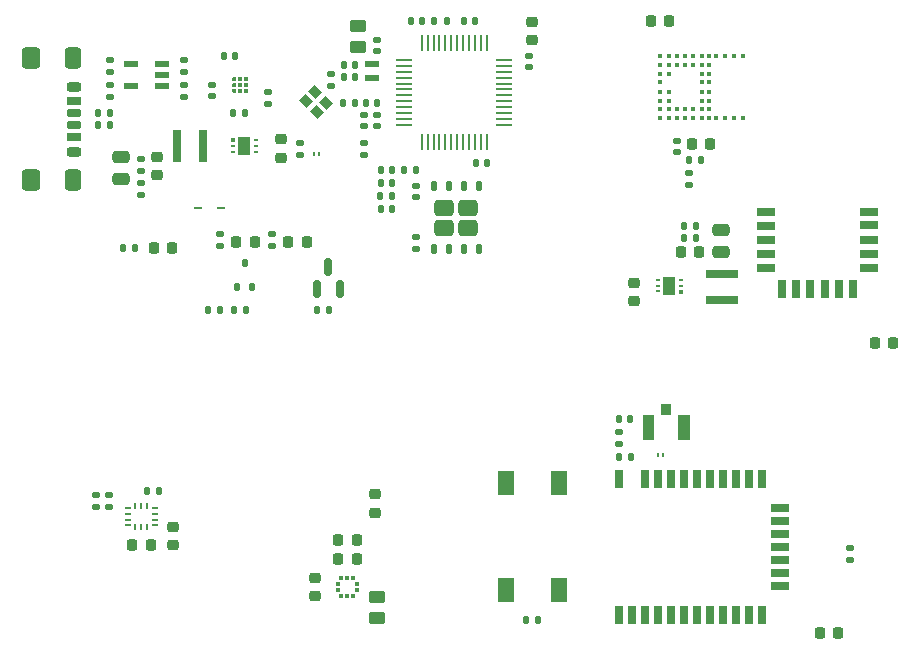
<source format=gbr>
%TF.GenerationSoftware,KiCad,Pcbnew,8.0.7*%
%TF.CreationDate,2025-02-08T18:07:02-05:00*%
%TF.ProjectId,Fallyx_EVK-RevA,46616c6c-7978-45f4-9556-4b2d52657641,rev?*%
%TF.SameCoordinates,Original*%
%TF.FileFunction,Paste,Top*%
%TF.FilePolarity,Positive*%
%FSLAX46Y46*%
G04 Gerber Fmt 4.6, Leading zero omitted, Abs format (unit mm)*
G04 Created by KiCad (PCBNEW 8.0.7) date 2025-02-08 18:07:02*
%MOMM*%
%LPD*%
G01*
G04 APERTURE LIST*
G04 Aperture macros list*
%AMRoundRect*
0 Rectangle with rounded corners*
0 $1 Rounding radius*
0 $2 $3 $4 $5 $6 $7 $8 $9 X,Y pos of 4 corners*
0 Add a 4 corners polygon primitive as box body*
4,1,4,$2,$3,$4,$5,$6,$7,$8,$9,$2,$3,0*
0 Add four circle primitives for the rounded corners*
1,1,$1+$1,$2,$3*
1,1,$1+$1,$4,$5*
1,1,$1+$1,$6,$7*
1,1,$1+$1,$8,$9*
0 Add four rect primitives between the rounded corners*
20,1,$1+$1,$2,$3,$4,$5,0*
20,1,$1+$1,$4,$5,$6,$7,0*
20,1,$1+$1,$6,$7,$8,$9,0*
20,1,$1+$1,$8,$9,$2,$3,0*%
%AMRotRect*
0 Rectangle, with rotation*
0 The origin of the aperture is its center*
0 $1 length*
0 $2 width*
0 $3 Rotation angle, in degrees counterclockwise*
0 Add horizontal line*
21,1,$1,$2,0,0,$3*%
G04 Aperture macros list end*
%ADD10C,0.010000*%
%ADD11R,0.450000X0.350000*%
%ADD12R,0.450000X0.250000*%
%ADD13R,1.000000X1.600000*%
%ADD14R,0.900000X0.100000*%
%ADD15RoundRect,0.147500X0.172500X-0.147500X0.172500X0.147500X-0.172500X0.147500X-0.172500X-0.147500X0*%
%ADD16R,0.711200X1.498600*%
%ADD17R,1.498600X0.711200*%
%ADD18R,1.500000X0.700000*%
%ADD19R,0.700000X1.500000*%
%ADD20RoundRect,0.135000X0.135000X0.185000X-0.135000X0.185000X-0.135000X-0.185000X0.135000X-0.185000X0*%
%ADD21RoundRect,0.135000X-0.135000X-0.185000X0.135000X-0.185000X0.135000X0.185000X-0.135000X0.185000X0*%
%ADD22RoundRect,0.135000X-0.185000X0.135000X-0.185000X-0.135000X0.185000X-0.135000X0.185000X0.135000X0*%
%ADD23R,2.692400X0.800100*%
%ADD24R,0.200000X0.350000*%
%ADD25RoundRect,0.250000X0.475000X-0.250000X0.475000X0.250000X-0.475000X0.250000X-0.475000X-0.250000X0*%
%ADD26RoundRect,0.225000X0.225000X0.250000X-0.225000X0.250000X-0.225000X-0.250000X0.225000X-0.250000X0*%
%ADD27RoundRect,0.225000X0.250000X-0.225000X0.250000X0.225000X-0.250000X0.225000X-0.250000X-0.225000X0*%
%ADD28RoundRect,0.140000X-0.140000X-0.170000X0.140000X-0.170000X0.140000X0.170000X-0.140000X0.170000X0*%
%ADD29RoundRect,0.225000X-0.225000X-0.250000X0.225000X-0.250000X0.225000X0.250000X-0.225000X0.250000X0*%
%ADD30RoundRect,0.225000X-0.250000X0.225000X-0.250000X-0.225000X0.250000X-0.225000X0.250000X0.225000X0*%
%ADD31RoundRect,0.112500X-0.112500X-0.237500X0.112500X-0.237500X0.112500X0.237500X-0.112500X0.237500X0*%
%ADD32RoundRect,0.150000X0.150000X-0.587500X0.150000X0.587500X-0.150000X0.587500X-0.150000X-0.587500X0*%
%ADD33RoundRect,0.140000X-0.170000X0.140000X-0.170000X-0.140000X0.170000X-0.140000X0.170000X0.140000X0*%
%ADD34RoundRect,0.140000X0.170000X-0.140000X0.170000X0.140000X-0.170000X0.140000X-0.170000X-0.140000X0*%
%ADD35RoundRect,0.250000X-0.450000X0.262500X-0.450000X-0.262500X0.450000X-0.262500X0.450000X0.262500X0*%
%ADD36RoundRect,0.140000X0.140000X0.170000X-0.140000X0.170000X-0.140000X-0.170000X0.140000X-0.170000X0*%
%ADD37R,0.330200X0.304800*%
%ADD38R,0.304800X0.330200*%
%ADD39RoundRect,0.218750X0.218750X0.256250X-0.218750X0.256250X-0.218750X-0.256250X0.218750X-0.256250X0*%
%ADD40R,0.790000X0.270000*%
%ADD41RoundRect,0.135000X0.185000X-0.135000X0.185000X0.135000X-0.185000X0.135000X-0.185000X-0.135000X0*%
%ADD42RoundRect,0.250000X0.555000X-0.435000X0.555000X0.435000X-0.555000X0.435000X-0.555000X-0.435000X0*%
%ADD43RoundRect,0.125000X0.125000X-0.262500X0.125000X0.262500X-0.125000X0.262500X-0.125000X-0.262500X0*%
%ADD44R,1.473200X0.279400*%
%ADD45R,0.279400X1.473200*%
%ADD46RoundRect,0.175000X-0.425000X0.175000X-0.425000X-0.175000X0.425000X-0.175000X0.425000X0.175000X0*%
%ADD47RoundRect,0.190000X0.410000X-0.190000X0.410000X0.190000X-0.410000X0.190000X-0.410000X-0.190000X0*%
%ADD48RoundRect,0.200000X0.400000X-0.200000X0.400000X0.200000X-0.400000X0.200000X-0.400000X-0.200000X0*%
%ADD49RoundRect,0.175000X0.425000X-0.175000X0.425000X0.175000X-0.425000X0.175000X-0.425000X-0.175000X0*%
%ADD50RoundRect,0.190000X-0.410000X0.190000X-0.410000X-0.190000X0.410000X-0.190000X0.410000X0.190000X0*%
%ADD51RoundRect,0.200000X-0.400000X0.200000X-0.400000X-0.200000X0.400000X-0.200000X0.400000X0.200000X0*%
%ADD52RoundRect,0.250000X-0.425000X0.650000X-0.425000X-0.650000X0.425000X-0.650000X0.425000X0.650000X0*%
%ADD53RoundRect,0.250000X-0.500000X0.650000X-0.500000X-0.650000X0.500000X-0.650000X0.500000X0.650000X0*%
%ADD54R,1.200000X0.600000*%
%ADD55RoundRect,0.250000X-0.475000X0.250000X-0.475000X-0.250000X0.475000X-0.250000X0.475000X0.250000X0*%
%ADD56R,1.400000X2.100000*%
%ADD57R,0.475000X0.250000*%
%ADD58R,0.250000X0.475000*%
%ADD59R,0.800100X2.692400*%
%ADD60R,0.400000X0.400000*%
%ADD61R,0.400000X0.300000*%
%ADD62R,1.270000X0.558800*%
%ADD63RotRect,0.850000X0.750000X135.000000*%
G04 APERTURE END LIST*
D10*
%TO.C,J9*%
X158200000Y-102350000D02*
X157300000Y-102350000D01*
X157300000Y-100350000D01*
X158200000Y-100350000D01*
X158200000Y-102350000D01*
G36*
X158200000Y-102350000D02*
G01*
X157300000Y-102350000D01*
X157300000Y-100350000D01*
X158200000Y-100350000D01*
X158200000Y-102350000D01*
G37*
X155200000Y-102350000D02*
X154300000Y-102350000D01*
X154300000Y-100350000D01*
X155200000Y-100350000D01*
X155200000Y-102350000D01*
G36*
X155200000Y-102350000D02*
G01*
X154300000Y-102350000D01*
X154300000Y-100350000D01*
X155200000Y-100350000D01*
X155200000Y-102350000D01*
G37*
X156650000Y-100250000D02*
X155850000Y-100250000D01*
X155850000Y-99400000D01*
X156650000Y-99400000D01*
X156650000Y-100250000D01*
G36*
X156650000Y-100250000D02*
G01*
X155850000Y-100250000D01*
X155850000Y-99400000D01*
X156650000Y-99400000D01*
X156650000Y-100250000D01*
G37*
%TO.C,U7*%
X119783000Y-71756000D02*
X119785000Y-71756000D01*
X119788000Y-71757000D01*
X119790000Y-71757000D01*
X119793000Y-71758000D01*
X119795000Y-71759000D01*
X119798000Y-71760000D01*
X119800000Y-71762000D01*
X119802000Y-71763000D01*
X119804000Y-71765000D01*
X119806000Y-71766000D01*
X119808000Y-71768000D01*
X119810000Y-71770000D01*
X119812000Y-71772000D01*
X119814000Y-71774000D01*
X119815000Y-71776000D01*
X119817000Y-71778000D01*
X119818000Y-71780000D01*
X119820000Y-71782000D01*
X119821000Y-71785000D01*
X119822000Y-71787000D01*
X119823000Y-71790000D01*
X119823000Y-71792000D01*
X119824000Y-71795000D01*
X119824000Y-71797000D01*
X119825000Y-71800000D01*
X119825000Y-71802000D01*
X119825000Y-71805000D01*
X119825000Y-71880000D01*
X119825000Y-71955000D01*
X119825000Y-71958000D01*
X119825000Y-71960000D01*
X119824000Y-71963000D01*
X119824000Y-71965000D01*
X119823000Y-71968000D01*
X119823000Y-71970000D01*
X119822000Y-71973000D01*
X119821000Y-71975000D01*
X119820000Y-71978000D01*
X119818000Y-71980000D01*
X119817000Y-71982000D01*
X119815000Y-71984000D01*
X119814000Y-71986000D01*
X119812000Y-71988000D01*
X119810000Y-71990000D01*
X119808000Y-71992000D01*
X119806000Y-71994000D01*
X119804000Y-71995000D01*
X119802000Y-71997000D01*
X119800000Y-71998000D01*
X119798000Y-72000000D01*
X119795000Y-72001000D01*
X119793000Y-72002000D01*
X119790000Y-72003000D01*
X119788000Y-72003000D01*
X119785000Y-72004000D01*
X119783000Y-72004000D01*
X119780000Y-72005000D01*
X119778000Y-72005000D01*
X119775000Y-72005000D01*
X119625000Y-72005000D01*
X119622000Y-72005000D01*
X119620000Y-72005000D01*
X119617000Y-72004000D01*
X119615000Y-72004000D01*
X119612000Y-72003000D01*
X119610000Y-72003000D01*
X119607000Y-72002000D01*
X119605000Y-72001000D01*
X119602000Y-72000000D01*
X119600000Y-71998000D01*
X119598000Y-71997000D01*
X119596000Y-71995000D01*
X119594000Y-71994000D01*
X119592000Y-71992000D01*
X119590000Y-71990000D01*
X119588000Y-71988000D01*
X119586000Y-71986000D01*
X119585000Y-71984000D01*
X119583000Y-71982000D01*
X119582000Y-71980000D01*
X119580000Y-71978000D01*
X119579000Y-71975000D01*
X119578000Y-71973000D01*
X119577000Y-71970000D01*
X119577000Y-71968000D01*
X119576000Y-71965000D01*
X119576000Y-71963000D01*
X119575000Y-71960000D01*
X119575000Y-71958000D01*
X119575000Y-71955000D01*
X119575000Y-71805000D01*
X119575000Y-71802000D01*
X119575000Y-71800000D01*
X119576000Y-71797000D01*
X119576000Y-71795000D01*
X119577000Y-71792000D01*
X119577000Y-71790000D01*
X119578000Y-71787000D01*
X119579000Y-71785000D01*
X119580000Y-71782000D01*
X119582000Y-71780000D01*
X119583000Y-71778000D01*
X119585000Y-71776000D01*
X119586000Y-71774000D01*
X119588000Y-71772000D01*
X119590000Y-71770000D01*
X119592000Y-71768000D01*
X119594000Y-71766000D01*
X119596000Y-71765000D01*
X119598000Y-71763000D01*
X119600000Y-71762000D01*
X119602000Y-71760000D01*
X119605000Y-71759000D01*
X119607000Y-71758000D01*
X119610000Y-71757000D01*
X119612000Y-71757000D01*
X119615000Y-71756000D01*
X119617000Y-71756000D01*
X119620000Y-71755000D01*
X119622000Y-71755000D01*
X119625000Y-71755000D01*
X119775000Y-71755000D01*
X119778000Y-71755000D01*
X119780000Y-71755000D01*
X119783000Y-71756000D01*
G36*
X119783000Y-71756000D02*
G01*
X119785000Y-71756000D01*
X119788000Y-71757000D01*
X119790000Y-71757000D01*
X119793000Y-71758000D01*
X119795000Y-71759000D01*
X119798000Y-71760000D01*
X119800000Y-71762000D01*
X119802000Y-71763000D01*
X119804000Y-71765000D01*
X119806000Y-71766000D01*
X119808000Y-71768000D01*
X119810000Y-71770000D01*
X119812000Y-71772000D01*
X119814000Y-71774000D01*
X119815000Y-71776000D01*
X119817000Y-71778000D01*
X119818000Y-71780000D01*
X119820000Y-71782000D01*
X119821000Y-71785000D01*
X119822000Y-71787000D01*
X119823000Y-71790000D01*
X119823000Y-71792000D01*
X119824000Y-71795000D01*
X119824000Y-71797000D01*
X119825000Y-71800000D01*
X119825000Y-71802000D01*
X119825000Y-71805000D01*
X119825000Y-71880000D01*
X119825000Y-71955000D01*
X119825000Y-71958000D01*
X119825000Y-71960000D01*
X119824000Y-71963000D01*
X119824000Y-71965000D01*
X119823000Y-71968000D01*
X119823000Y-71970000D01*
X119822000Y-71973000D01*
X119821000Y-71975000D01*
X119820000Y-71978000D01*
X119818000Y-71980000D01*
X119817000Y-71982000D01*
X119815000Y-71984000D01*
X119814000Y-71986000D01*
X119812000Y-71988000D01*
X119810000Y-71990000D01*
X119808000Y-71992000D01*
X119806000Y-71994000D01*
X119804000Y-71995000D01*
X119802000Y-71997000D01*
X119800000Y-71998000D01*
X119798000Y-72000000D01*
X119795000Y-72001000D01*
X119793000Y-72002000D01*
X119790000Y-72003000D01*
X119788000Y-72003000D01*
X119785000Y-72004000D01*
X119783000Y-72004000D01*
X119780000Y-72005000D01*
X119778000Y-72005000D01*
X119775000Y-72005000D01*
X119625000Y-72005000D01*
X119622000Y-72005000D01*
X119620000Y-72005000D01*
X119617000Y-72004000D01*
X119615000Y-72004000D01*
X119612000Y-72003000D01*
X119610000Y-72003000D01*
X119607000Y-72002000D01*
X119605000Y-72001000D01*
X119602000Y-72000000D01*
X119600000Y-71998000D01*
X119598000Y-71997000D01*
X119596000Y-71995000D01*
X119594000Y-71994000D01*
X119592000Y-71992000D01*
X119590000Y-71990000D01*
X119588000Y-71988000D01*
X119586000Y-71986000D01*
X119585000Y-71984000D01*
X119583000Y-71982000D01*
X119582000Y-71980000D01*
X119580000Y-71978000D01*
X119579000Y-71975000D01*
X119578000Y-71973000D01*
X119577000Y-71970000D01*
X119577000Y-71968000D01*
X119576000Y-71965000D01*
X119576000Y-71963000D01*
X119575000Y-71960000D01*
X119575000Y-71958000D01*
X119575000Y-71955000D01*
X119575000Y-71805000D01*
X119575000Y-71802000D01*
X119575000Y-71800000D01*
X119576000Y-71797000D01*
X119576000Y-71795000D01*
X119577000Y-71792000D01*
X119577000Y-71790000D01*
X119578000Y-71787000D01*
X119579000Y-71785000D01*
X119580000Y-71782000D01*
X119582000Y-71780000D01*
X119583000Y-71778000D01*
X119585000Y-71776000D01*
X119586000Y-71774000D01*
X119588000Y-71772000D01*
X119590000Y-71770000D01*
X119592000Y-71768000D01*
X119594000Y-71766000D01*
X119596000Y-71765000D01*
X119598000Y-71763000D01*
X119600000Y-71762000D01*
X119602000Y-71760000D01*
X119605000Y-71759000D01*
X119607000Y-71758000D01*
X119610000Y-71757000D01*
X119612000Y-71757000D01*
X119615000Y-71756000D01*
X119617000Y-71756000D01*
X119620000Y-71755000D01*
X119622000Y-71755000D01*
X119625000Y-71755000D01*
X119775000Y-71755000D01*
X119778000Y-71755000D01*
X119780000Y-71755000D01*
X119783000Y-71756000D01*
G37*
X119783000Y-72256000D02*
X119785000Y-72256000D01*
X119788000Y-72257000D01*
X119790000Y-72257000D01*
X119793000Y-72258000D01*
X119795000Y-72259000D01*
X119798000Y-72260000D01*
X119800000Y-72262000D01*
X119802000Y-72263000D01*
X119804000Y-72265000D01*
X119806000Y-72266000D01*
X119808000Y-72268000D01*
X119810000Y-72270000D01*
X119812000Y-72272000D01*
X119814000Y-72274000D01*
X119815000Y-72276000D01*
X119817000Y-72278000D01*
X119818000Y-72280000D01*
X119820000Y-72282000D01*
X119821000Y-72285000D01*
X119822000Y-72287000D01*
X119823000Y-72290000D01*
X119823000Y-72292000D01*
X119824000Y-72295000D01*
X119824000Y-72297000D01*
X119825000Y-72300000D01*
X119825000Y-72302000D01*
X119825000Y-72305000D01*
X119825000Y-72380000D01*
X119825000Y-72455000D01*
X119825000Y-72458000D01*
X119825000Y-72460000D01*
X119824000Y-72463000D01*
X119824000Y-72465000D01*
X119823000Y-72468000D01*
X119823000Y-72470000D01*
X119822000Y-72473000D01*
X119821000Y-72475000D01*
X119820000Y-72478000D01*
X119818000Y-72480000D01*
X119817000Y-72482000D01*
X119815000Y-72484000D01*
X119814000Y-72486000D01*
X119812000Y-72488000D01*
X119810000Y-72490000D01*
X119808000Y-72492000D01*
X119806000Y-72494000D01*
X119804000Y-72495000D01*
X119802000Y-72497000D01*
X119800000Y-72498000D01*
X119798000Y-72500000D01*
X119795000Y-72501000D01*
X119793000Y-72502000D01*
X119790000Y-72503000D01*
X119788000Y-72503000D01*
X119785000Y-72504000D01*
X119783000Y-72504000D01*
X119780000Y-72505000D01*
X119778000Y-72505000D01*
X119775000Y-72505000D01*
X119625000Y-72505000D01*
X119622000Y-72505000D01*
X119620000Y-72505000D01*
X119617000Y-72504000D01*
X119615000Y-72504000D01*
X119612000Y-72503000D01*
X119610000Y-72503000D01*
X119607000Y-72502000D01*
X119605000Y-72501000D01*
X119602000Y-72500000D01*
X119600000Y-72498000D01*
X119598000Y-72497000D01*
X119596000Y-72495000D01*
X119594000Y-72494000D01*
X119592000Y-72492000D01*
X119590000Y-72490000D01*
X119588000Y-72488000D01*
X119586000Y-72486000D01*
X119585000Y-72484000D01*
X119583000Y-72482000D01*
X119582000Y-72480000D01*
X119580000Y-72478000D01*
X119579000Y-72475000D01*
X119578000Y-72473000D01*
X119577000Y-72470000D01*
X119577000Y-72468000D01*
X119576000Y-72465000D01*
X119576000Y-72463000D01*
X119575000Y-72460000D01*
X119575000Y-72458000D01*
X119575000Y-72455000D01*
X119575000Y-72305000D01*
X119575000Y-72302000D01*
X119575000Y-72300000D01*
X119576000Y-72297000D01*
X119576000Y-72295000D01*
X119577000Y-72292000D01*
X119577000Y-72290000D01*
X119578000Y-72287000D01*
X119579000Y-72285000D01*
X119580000Y-72282000D01*
X119582000Y-72280000D01*
X119583000Y-72278000D01*
X119585000Y-72276000D01*
X119586000Y-72274000D01*
X119588000Y-72272000D01*
X119590000Y-72270000D01*
X119592000Y-72268000D01*
X119594000Y-72266000D01*
X119596000Y-72265000D01*
X119598000Y-72263000D01*
X119600000Y-72262000D01*
X119602000Y-72260000D01*
X119605000Y-72259000D01*
X119607000Y-72258000D01*
X119610000Y-72257000D01*
X119612000Y-72257000D01*
X119615000Y-72256000D01*
X119617000Y-72256000D01*
X119620000Y-72255000D01*
X119622000Y-72255000D01*
X119625000Y-72255000D01*
X119775000Y-72255000D01*
X119778000Y-72255000D01*
X119780000Y-72255000D01*
X119783000Y-72256000D01*
G36*
X119783000Y-72256000D02*
G01*
X119785000Y-72256000D01*
X119788000Y-72257000D01*
X119790000Y-72257000D01*
X119793000Y-72258000D01*
X119795000Y-72259000D01*
X119798000Y-72260000D01*
X119800000Y-72262000D01*
X119802000Y-72263000D01*
X119804000Y-72265000D01*
X119806000Y-72266000D01*
X119808000Y-72268000D01*
X119810000Y-72270000D01*
X119812000Y-72272000D01*
X119814000Y-72274000D01*
X119815000Y-72276000D01*
X119817000Y-72278000D01*
X119818000Y-72280000D01*
X119820000Y-72282000D01*
X119821000Y-72285000D01*
X119822000Y-72287000D01*
X119823000Y-72290000D01*
X119823000Y-72292000D01*
X119824000Y-72295000D01*
X119824000Y-72297000D01*
X119825000Y-72300000D01*
X119825000Y-72302000D01*
X119825000Y-72305000D01*
X119825000Y-72380000D01*
X119825000Y-72455000D01*
X119825000Y-72458000D01*
X119825000Y-72460000D01*
X119824000Y-72463000D01*
X119824000Y-72465000D01*
X119823000Y-72468000D01*
X119823000Y-72470000D01*
X119822000Y-72473000D01*
X119821000Y-72475000D01*
X119820000Y-72478000D01*
X119818000Y-72480000D01*
X119817000Y-72482000D01*
X119815000Y-72484000D01*
X119814000Y-72486000D01*
X119812000Y-72488000D01*
X119810000Y-72490000D01*
X119808000Y-72492000D01*
X119806000Y-72494000D01*
X119804000Y-72495000D01*
X119802000Y-72497000D01*
X119800000Y-72498000D01*
X119798000Y-72500000D01*
X119795000Y-72501000D01*
X119793000Y-72502000D01*
X119790000Y-72503000D01*
X119788000Y-72503000D01*
X119785000Y-72504000D01*
X119783000Y-72504000D01*
X119780000Y-72505000D01*
X119778000Y-72505000D01*
X119775000Y-72505000D01*
X119625000Y-72505000D01*
X119622000Y-72505000D01*
X119620000Y-72505000D01*
X119617000Y-72504000D01*
X119615000Y-72504000D01*
X119612000Y-72503000D01*
X119610000Y-72503000D01*
X119607000Y-72502000D01*
X119605000Y-72501000D01*
X119602000Y-72500000D01*
X119600000Y-72498000D01*
X119598000Y-72497000D01*
X119596000Y-72495000D01*
X119594000Y-72494000D01*
X119592000Y-72492000D01*
X119590000Y-72490000D01*
X119588000Y-72488000D01*
X119586000Y-72486000D01*
X119585000Y-72484000D01*
X119583000Y-72482000D01*
X119582000Y-72480000D01*
X119580000Y-72478000D01*
X119579000Y-72475000D01*
X119578000Y-72473000D01*
X119577000Y-72470000D01*
X119577000Y-72468000D01*
X119576000Y-72465000D01*
X119576000Y-72463000D01*
X119575000Y-72460000D01*
X119575000Y-72458000D01*
X119575000Y-72455000D01*
X119575000Y-72305000D01*
X119575000Y-72302000D01*
X119575000Y-72300000D01*
X119576000Y-72297000D01*
X119576000Y-72295000D01*
X119577000Y-72292000D01*
X119577000Y-72290000D01*
X119578000Y-72287000D01*
X119579000Y-72285000D01*
X119580000Y-72282000D01*
X119582000Y-72280000D01*
X119583000Y-72278000D01*
X119585000Y-72276000D01*
X119586000Y-72274000D01*
X119588000Y-72272000D01*
X119590000Y-72270000D01*
X119592000Y-72268000D01*
X119594000Y-72266000D01*
X119596000Y-72265000D01*
X119598000Y-72263000D01*
X119600000Y-72262000D01*
X119602000Y-72260000D01*
X119605000Y-72259000D01*
X119607000Y-72258000D01*
X119610000Y-72257000D01*
X119612000Y-72257000D01*
X119615000Y-72256000D01*
X119617000Y-72256000D01*
X119620000Y-72255000D01*
X119622000Y-72255000D01*
X119625000Y-72255000D01*
X119775000Y-72255000D01*
X119778000Y-72255000D01*
X119780000Y-72255000D01*
X119783000Y-72256000D01*
G37*
X119783000Y-72756000D02*
X119785000Y-72756000D01*
X119788000Y-72757000D01*
X119790000Y-72757000D01*
X119793000Y-72758000D01*
X119795000Y-72759000D01*
X119798000Y-72760000D01*
X119800000Y-72762000D01*
X119802000Y-72763000D01*
X119804000Y-72765000D01*
X119806000Y-72766000D01*
X119808000Y-72768000D01*
X119810000Y-72770000D01*
X119812000Y-72772000D01*
X119814000Y-72774000D01*
X119815000Y-72776000D01*
X119817000Y-72778000D01*
X119818000Y-72780000D01*
X119820000Y-72782000D01*
X119821000Y-72785000D01*
X119822000Y-72787000D01*
X119823000Y-72790000D01*
X119823000Y-72792000D01*
X119824000Y-72795000D01*
X119824000Y-72797000D01*
X119825000Y-72800000D01*
X119825000Y-72802000D01*
X119825000Y-72805000D01*
X119825000Y-72880000D01*
X119825000Y-72955000D01*
X119825000Y-72958000D01*
X119825000Y-72960000D01*
X119824000Y-72963000D01*
X119824000Y-72965000D01*
X119823000Y-72968000D01*
X119823000Y-72970000D01*
X119822000Y-72973000D01*
X119821000Y-72975000D01*
X119820000Y-72978000D01*
X119818000Y-72980000D01*
X119817000Y-72982000D01*
X119815000Y-72984000D01*
X119814000Y-72986000D01*
X119812000Y-72988000D01*
X119810000Y-72990000D01*
X119808000Y-72992000D01*
X119806000Y-72994000D01*
X119804000Y-72995000D01*
X119802000Y-72997000D01*
X119800000Y-72998000D01*
X119798000Y-73000000D01*
X119795000Y-73001000D01*
X119793000Y-73002000D01*
X119790000Y-73003000D01*
X119788000Y-73003000D01*
X119785000Y-73004000D01*
X119783000Y-73004000D01*
X119780000Y-73005000D01*
X119778000Y-73005000D01*
X119775000Y-73005000D01*
X119625000Y-73005000D01*
X119622000Y-73005000D01*
X119620000Y-73005000D01*
X119617000Y-73004000D01*
X119615000Y-73004000D01*
X119612000Y-73003000D01*
X119610000Y-73003000D01*
X119607000Y-73002000D01*
X119605000Y-73001000D01*
X119602000Y-73000000D01*
X119600000Y-72998000D01*
X119598000Y-72997000D01*
X119596000Y-72995000D01*
X119594000Y-72994000D01*
X119592000Y-72992000D01*
X119590000Y-72990000D01*
X119588000Y-72988000D01*
X119586000Y-72986000D01*
X119585000Y-72984000D01*
X119583000Y-72982000D01*
X119582000Y-72980000D01*
X119580000Y-72978000D01*
X119579000Y-72975000D01*
X119578000Y-72973000D01*
X119577000Y-72970000D01*
X119577000Y-72968000D01*
X119576000Y-72965000D01*
X119576000Y-72963000D01*
X119575000Y-72960000D01*
X119575000Y-72958000D01*
X119575000Y-72955000D01*
X119575000Y-72805000D01*
X119575000Y-72802000D01*
X119575000Y-72800000D01*
X119576000Y-72797000D01*
X119576000Y-72795000D01*
X119577000Y-72792000D01*
X119577000Y-72790000D01*
X119578000Y-72787000D01*
X119579000Y-72785000D01*
X119580000Y-72782000D01*
X119582000Y-72780000D01*
X119583000Y-72778000D01*
X119585000Y-72776000D01*
X119586000Y-72774000D01*
X119588000Y-72772000D01*
X119590000Y-72770000D01*
X119592000Y-72768000D01*
X119594000Y-72766000D01*
X119596000Y-72765000D01*
X119598000Y-72763000D01*
X119600000Y-72762000D01*
X119602000Y-72760000D01*
X119605000Y-72759000D01*
X119607000Y-72758000D01*
X119610000Y-72757000D01*
X119612000Y-72757000D01*
X119615000Y-72756000D01*
X119617000Y-72756000D01*
X119620000Y-72755000D01*
X119622000Y-72755000D01*
X119625000Y-72755000D01*
X119775000Y-72755000D01*
X119778000Y-72755000D01*
X119780000Y-72755000D01*
X119783000Y-72756000D01*
G36*
X119783000Y-72756000D02*
G01*
X119785000Y-72756000D01*
X119788000Y-72757000D01*
X119790000Y-72757000D01*
X119793000Y-72758000D01*
X119795000Y-72759000D01*
X119798000Y-72760000D01*
X119800000Y-72762000D01*
X119802000Y-72763000D01*
X119804000Y-72765000D01*
X119806000Y-72766000D01*
X119808000Y-72768000D01*
X119810000Y-72770000D01*
X119812000Y-72772000D01*
X119814000Y-72774000D01*
X119815000Y-72776000D01*
X119817000Y-72778000D01*
X119818000Y-72780000D01*
X119820000Y-72782000D01*
X119821000Y-72785000D01*
X119822000Y-72787000D01*
X119823000Y-72790000D01*
X119823000Y-72792000D01*
X119824000Y-72795000D01*
X119824000Y-72797000D01*
X119825000Y-72800000D01*
X119825000Y-72802000D01*
X119825000Y-72805000D01*
X119825000Y-72880000D01*
X119825000Y-72955000D01*
X119825000Y-72958000D01*
X119825000Y-72960000D01*
X119824000Y-72963000D01*
X119824000Y-72965000D01*
X119823000Y-72968000D01*
X119823000Y-72970000D01*
X119822000Y-72973000D01*
X119821000Y-72975000D01*
X119820000Y-72978000D01*
X119818000Y-72980000D01*
X119817000Y-72982000D01*
X119815000Y-72984000D01*
X119814000Y-72986000D01*
X119812000Y-72988000D01*
X119810000Y-72990000D01*
X119808000Y-72992000D01*
X119806000Y-72994000D01*
X119804000Y-72995000D01*
X119802000Y-72997000D01*
X119800000Y-72998000D01*
X119798000Y-73000000D01*
X119795000Y-73001000D01*
X119793000Y-73002000D01*
X119790000Y-73003000D01*
X119788000Y-73003000D01*
X119785000Y-73004000D01*
X119783000Y-73004000D01*
X119780000Y-73005000D01*
X119778000Y-73005000D01*
X119775000Y-73005000D01*
X119625000Y-73005000D01*
X119622000Y-73005000D01*
X119620000Y-73005000D01*
X119617000Y-73004000D01*
X119615000Y-73004000D01*
X119612000Y-73003000D01*
X119610000Y-73003000D01*
X119607000Y-73002000D01*
X119605000Y-73001000D01*
X119602000Y-73000000D01*
X119600000Y-72998000D01*
X119598000Y-72997000D01*
X119596000Y-72995000D01*
X119594000Y-72994000D01*
X119592000Y-72992000D01*
X119590000Y-72990000D01*
X119588000Y-72988000D01*
X119586000Y-72986000D01*
X119585000Y-72984000D01*
X119583000Y-72982000D01*
X119582000Y-72980000D01*
X119580000Y-72978000D01*
X119579000Y-72975000D01*
X119578000Y-72973000D01*
X119577000Y-72970000D01*
X119577000Y-72968000D01*
X119576000Y-72965000D01*
X119576000Y-72963000D01*
X119575000Y-72960000D01*
X119575000Y-72958000D01*
X119575000Y-72955000D01*
X119575000Y-72805000D01*
X119575000Y-72802000D01*
X119575000Y-72800000D01*
X119576000Y-72797000D01*
X119576000Y-72795000D01*
X119577000Y-72792000D01*
X119577000Y-72790000D01*
X119578000Y-72787000D01*
X119579000Y-72785000D01*
X119580000Y-72782000D01*
X119582000Y-72780000D01*
X119583000Y-72778000D01*
X119585000Y-72776000D01*
X119586000Y-72774000D01*
X119588000Y-72772000D01*
X119590000Y-72770000D01*
X119592000Y-72768000D01*
X119594000Y-72766000D01*
X119596000Y-72765000D01*
X119598000Y-72763000D01*
X119600000Y-72762000D01*
X119602000Y-72760000D01*
X119605000Y-72759000D01*
X119607000Y-72758000D01*
X119610000Y-72757000D01*
X119612000Y-72757000D01*
X119615000Y-72756000D01*
X119617000Y-72756000D01*
X119620000Y-72755000D01*
X119622000Y-72755000D01*
X119625000Y-72755000D01*
X119775000Y-72755000D01*
X119778000Y-72755000D01*
X119780000Y-72755000D01*
X119783000Y-72756000D01*
G37*
X120283000Y-71756000D02*
X120285000Y-71756000D01*
X120288000Y-71757000D01*
X120290000Y-71757000D01*
X120293000Y-71758000D01*
X120295000Y-71759000D01*
X120298000Y-71760000D01*
X120300000Y-71762000D01*
X120302000Y-71763000D01*
X120304000Y-71765000D01*
X120306000Y-71766000D01*
X120308000Y-71768000D01*
X120310000Y-71770000D01*
X120312000Y-71772000D01*
X120314000Y-71774000D01*
X120315000Y-71776000D01*
X120317000Y-71778000D01*
X120318000Y-71780000D01*
X120320000Y-71782000D01*
X120321000Y-71785000D01*
X120322000Y-71787000D01*
X120323000Y-71790000D01*
X120323000Y-71792000D01*
X120324000Y-71795000D01*
X120324000Y-71797000D01*
X120325000Y-71800000D01*
X120325000Y-71802000D01*
X120325000Y-71805000D01*
X120325000Y-71880000D01*
X120325000Y-71955000D01*
X120325000Y-71958000D01*
X120325000Y-71960000D01*
X120324000Y-71963000D01*
X120324000Y-71965000D01*
X120323000Y-71968000D01*
X120323000Y-71970000D01*
X120322000Y-71973000D01*
X120321000Y-71975000D01*
X120320000Y-71978000D01*
X120318000Y-71980000D01*
X120317000Y-71982000D01*
X120315000Y-71984000D01*
X120314000Y-71986000D01*
X120312000Y-71988000D01*
X120310000Y-71990000D01*
X120308000Y-71992000D01*
X120306000Y-71994000D01*
X120304000Y-71995000D01*
X120302000Y-71997000D01*
X120300000Y-71998000D01*
X120298000Y-72000000D01*
X120295000Y-72001000D01*
X120293000Y-72002000D01*
X120290000Y-72003000D01*
X120288000Y-72003000D01*
X120285000Y-72004000D01*
X120283000Y-72004000D01*
X120280000Y-72005000D01*
X120278000Y-72005000D01*
X120275000Y-72005000D01*
X120125000Y-72005000D01*
X120122000Y-72005000D01*
X120120000Y-72005000D01*
X120117000Y-72004000D01*
X120115000Y-72004000D01*
X120112000Y-72003000D01*
X120110000Y-72003000D01*
X120107000Y-72002000D01*
X120105000Y-72001000D01*
X120102000Y-72000000D01*
X120100000Y-71998000D01*
X120098000Y-71997000D01*
X120096000Y-71995000D01*
X120094000Y-71994000D01*
X120092000Y-71992000D01*
X120090000Y-71990000D01*
X120088000Y-71988000D01*
X120086000Y-71986000D01*
X120085000Y-71984000D01*
X120083000Y-71982000D01*
X120082000Y-71980000D01*
X120080000Y-71978000D01*
X120079000Y-71975000D01*
X120078000Y-71973000D01*
X120077000Y-71970000D01*
X120077000Y-71968000D01*
X120076000Y-71965000D01*
X120076000Y-71963000D01*
X120075000Y-71960000D01*
X120075000Y-71958000D01*
X120075000Y-71955000D01*
X120075000Y-71805000D01*
X120075000Y-71802000D01*
X120075000Y-71800000D01*
X120076000Y-71797000D01*
X120076000Y-71795000D01*
X120077000Y-71792000D01*
X120077000Y-71790000D01*
X120078000Y-71787000D01*
X120079000Y-71785000D01*
X120080000Y-71782000D01*
X120082000Y-71780000D01*
X120083000Y-71778000D01*
X120085000Y-71776000D01*
X120086000Y-71774000D01*
X120088000Y-71772000D01*
X120090000Y-71770000D01*
X120092000Y-71768000D01*
X120094000Y-71766000D01*
X120096000Y-71765000D01*
X120098000Y-71763000D01*
X120100000Y-71762000D01*
X120102000Y-71760000D01*
X120105000Y-71759000D01*
X120107000Y-71758000D01*
X120110000Y-71757000D01*
X120112000Y-71757000D01*
X120115000Y-71756000D01*
X120117000Y-71756000D01*
X120120000Y-71755000D01*
X120122000Y-71755000D01*
X120125000Y-71755000D01*
X120275000Y-71755000D01*
X120278000Y-71755000D01*
X120280000Y-71755000D01*
X120283000Y-71756000D01*
G36*
X120283000Y-71756000D02*
G01*
X120285000Y-71756000D01*
X120288000Y-71757000D01*
X120290000Y-71757000D01*
X120293000Y-71758000D01*
X120295000Y-71759000D01*
X120298000Y-71760000D01*
X120300000Y-71762000D01*
X120302000Y-71763000D01*
X120304000Y-71765000D01*
X120306000Y-71766000D01*
X120308000Y-71768000D01*
X120310000Y-71770000D01*
X120312000Y-71772000D01*
X120314000Y-71774000D01*
X120315000Y-71776000D01*
X120317000Y-71778000D01*
X120318000Y-71780000D01*
X120320000Y-71782000D01*
X120321000Y-71785000D01*
X120322000Y-71787000D01*
X120323000Y-71790000D01*
X120323000Y-71792000D01*
X120324000Y-71795000D01*
X120324000Y-71797000D01*
X120325000Y-71800000D01*
X120325000Y-71802000D01*
X120325000Y-71805000D01*
X120325000Y-71880000D01*
X120325000Y-71955000D01*
X120325000Y-71958000D01*
X120325000Y-71960000D01*
X120324000Y-71963000D01*
X120324000Y-71965000D01*
X120323000Y-71968000D01*
X120323000Y-71970000D01*
X120322000Y-71973000D01*
X120321000Y-71975000D01*
X120320000Y-71978000D01*
X120318000Y-71980000D01*
X120317000Y-71982000D01*
X120315000Y-71984000D01*
X120314000Y-71986000D01*
X120312000Y-71988000D01*
X120310000Y-71990000D01*
X120308000Y-71992000D01*
X120306000Y-71994000D01*
X120304000Y-71995000D01*
X120302000Y-71997000D01*
X120300000Y-71998000D01*
X120298000Y-72000000D01*
X120295000Y-72001000D01*
X120293000Y-72002000D01*
X120290000Y-72003000D01*
X120288000Y-72003000D01*
X120285000Y-72004000D01*
X120283000Y-72004000D01*
X120280000Y-72005000D01*
X120278000Y-72005000D01*
X120275000Y-72005000D01*
X120125000Y-72005000D01*
X120122000Y-72005000D01*
X120120000Y-72005000D01*
X120117000Y-72004000D01*
X120115000Y-72004000D01*
X120112000Y-72003000D01*
X120110000Y-72003000D01*
X120107000Y-72002000D01*
X120105000Y-72001000D01*
X120102000Y-72000000D01*
X120100000Y-71998000D01*
X120098000Y-71997000D01*
X120096000Y-71995000D01*
X120094000Y-71994000D01*
X120092000Y-71992000D01*
X120090000Y-71990000D01*
X120088000Y-71988000D01*
X120086000Y-71986000D01*
X120085000Y-71984000D01*
X120083000Y-71982000D01*
X120082000Y-71980000D01*
X120080000Y-71978000D01*
X120079000Y-71975000D01*
X120078000Y-71973000D01*
X120077000Y-71970000D01*
X120077000Y-71968000D01*
X120076000Y-71965000D01*
X120076000Y-71963000D01*
X120075000Y-71960000D01*
X120075000Y-71958000D01*
X120075000Y-71955000D01*
X120075000Y-71805000D01*
X120075000Y-71802000D01*
X120075000Y-71800000D01*
X120076000Y-71797000D01*
X120076000Y-71795000D01*
X120077000Y-71792000D01*
X120077000Y-71790000D01*
X120078000Y-71787000D01*
X120079000Y-71785000D01*
X120080000Y-71782000D01*
X120082000Y-71780000D01*
X120083000Y-71778000D01*
X120085000Y-71776000D01*
X120086000Y-71774000D01*
X120088000Y-71772000D01*
X120090000Y-71770000D01*
X120092000Y-71768000D01*
X120094000Y-71766000D01*
X120096000Y-71765000D01*
X120098000Y-71763000D01*
X120100000Y-71762000D01*
X120102000Y-71760000D01*
X120105000Y-71759000D01*
X120107000Y-71758000D01*
X120110000Y-71757000D01*
X120112000Y-71757000D01*
X120115000Y-71756000D01*
X120117000Y-71756000D01*
X120120000Y-71755000D01*
X120122000Y-71755000D01*
X120125000Y-71755000D01*
X120275000Y-71755000D01*
X120278000Y-71755000D01*
X120280000Y-71755000D01*
X120283000Y-71756000D01*
G37*
X120283000Y-72256000D02*
X120285000Y-72256000D01*
X120288000Y-72257000D01*
X120290000Y-72257000D01*
X120293000Y-72258000D01*
X120295000Y-72259000D01*
X120298000Y-72260000D01*
X120300000Y-72262000D01*
X120302000Y-72263000D01*
X120304000Y-72265000D01*
X120306000Y-72266000D01*
X120308000Y-72268000D01*
X120310000Y-72270000D01*
X120312000Y-72272000D01*
X120314000Y-72274000D01*
X120315000Y-72276000D01*
X120317000Y-72278000D01*
X120318000Y-72280000D01*
X120320000Y-72282000D01*
X120321000Y-72285000D01*
X120322000Y-72287000D01*
X120323000Y-72290000D01*
X120323000Y-72292000D01*
X120324000Y-72295000D01*
X120324000Y-72297000D01*
X120325000Y-72300000D01*
X120325000Y-72302000D01*
X120325000Y-72305000D01*
X120325000Y-72380000D01*
X120325000Y-72455000D01*
X120325000Y-72458000D01*
X120325000Y-72460000D01*
X120324000Y-72463000D01*
X120324000Y-72465000D01*
X120323000Y-72468000D01*
X120323000Y-72470000D01*
X120322000Y-72473000D01*
X120321000Y-72475000D01*
X120320000Y-72478000D01*
X120318000Y-72480000D01*
X120317000Y-72482000D01*
X120315000Y-72484000D01*
X120314000Y-72486000D01*
X120312000Y-72488000D01*
X120310000Y-72490000D01*
X120308000Y-72492000D01*
X120306000Y-72494000D01*
X120304000Y-72495000D01*
X120302000Y-72497000D01*
X120300000Y-72498000D01*
X120298000Y-72500000D01*
X120295000Y-72501000D01*
X120293000Y-72502000D01*
X120290000Y-72503000D01*
X120288000Y-72503000D01*
X120285000Y-72504000D01*
X120283000Y-72504000D01*
X120280000Y-72505000D01*
X120278000Y-72505000D01*
X120275000Y-72505000D01*
X120125000Y-72505000D01*
X120122000Y-72505000D01*
X120120000Y-72505000D01*
X120117000Y-72504000D01*
X120115000Y-72504000D01*
X120112000Y-72503000D01*
X120110000Y-72503000D01*
X120107000Y-72502000D01*
X120105000Y-72501000D01*
X120102000Y-72500000D01*
X120100000Y-72498000D01*
X120098000Y-72497000D01*
X120096000Y-72495000D01*
X120094000Y-72494000D01*
X120092000Y-72492000D01*
X120090000Y-72490000D01*
X120088000Y-72488000D01*
X120086000Y-72486000D01*
X120085000Y-72484000D01*
X120083000Y-72482000D01*
X120082000Y-72480000D01*
X120080000Y-72478000D01*
X120079000Y-72475000D01*
X120078000Y-72473000D01*
X120077000Y-72470000D01*
X120077000Y-72468000D01*
X120076000Y-72465000D01*
X120076000Y-72463000D01*
X120075000Y-72460000D01*
X120075000Y-72458000D01*
X120075000Y-72455000D01*
X120075000Y-72305000D01*
X120075000Y-72302000D01*
X120075000Y-72300000D01*
X120076000Y-72297000D01*
X120076000Y-72295000D01*
X120077000Y-72292000D01*
X120077000Y-72290000D01*
X120078000Y-72287000D01*
X120079000Y-72285000D01*
X120080000Y-72282000D01*
X120082000Y-72280000D01*
X120083000Y-72278000D01*
X120085000Y-72276000D01*
X120086000Y-72274000D01*
X120088000Y-72272000D01*
X120090000Y-72270000D01*
X120092000Y-72268000D01*
X120094000Y-72266000D01*
X120096000Y-72265000D01*
X120098000Y-72263000D01*
X120100000Y-72262000D01*
X120102000Y-72260000D01*
X120105000Y-72259000D01*
X120107000Y-72258000D01*
X120110000Y-72257000D01*
X120112000Y-72257000D01*
X120115000Y-72256000D01*
X120117000Y-72256000D01*
X120120000Y-72255000D01*
X120122000Y-72255000D01*
X120125000Y-72255000D01*
X120275000Y-72255000D01*
X120278000Y-72255000D01*
X120280000Y-72255000D01*
X120283000Y-72256000D01*
G36*
X120283000Y-72256000D02*
G01*
X120285000Y-72256000D01*
X120288000Y-72257000D01*
X120290000Y-72257000D01*
X120293000Y-72258000D01*
X120295000Y-72259000D01*
X120298000Y-72260000D01*
X120300000Y-72262000D01*
X120302000Y-72263000D01*
X120304000Y-72265000D01*
X120306000Y-72266000D01*
X120308000Y-72268000D01*
X120310000Y-72270000D01*
X120312000Y-72272000D01*
X120314000Y-72274000D01*
X120315000Y-72276000D01*
X120317000Y-72278000D01*
X120318000Y-72280000D01*
X120320000Y-72282000D01*
X120321000Y-72285000D01*
X120322000Y-72287000D01*
X120323000Y-72290000D01*
X120323000Y-72292000D01*
X120324000Y-72295000D01*
X120324000Y-72297000D01*
X120325000Y-72300000D01*
X120325000Y-72302000D01*
X120325000Y-72305000D01*
X120325000Y-72380000D01*
X120325000Y-72455000D01*
X120325000Y-72458000D01*
X120325000Y-72460000D01*
X120324000Y-72463000D01*
X120324000Y-72465000D01*
X120323000Y-72468000D01*
X120323000Y-72470000D01*
X120322000Y-72473000D01*
X120321000Y-72475000D01*
X120320000Y-72478000D01*
X120318000Y-72480000D01*
X120317000Y-72482000D01*
X120315000Y-72484000D01*
X120314000Y-72486000D01*
X120312000Y-72488000D01*
X120310000Y-72490000D01*
X120308000Y-72492000D01*
X120306000Y-72494000D01*
X120304000Y-72495000D01*
X120302000Y-72497000D01*
X120300000Y-72498000D01*
X120298000Y-72500000D01*
X120295000Y-72501000D01*
X120293000Y-72502000D01*
X120290000Y-72503000D01*
X120288000Y-72503000D01*
X120285000Y-72504000D01*
X120283000Y-72504000D01*
X120280000Y-72505000D01*
X120278000Y-72505000D01*
X120275000Y-72505000D01*
X120125000Y-72505000D01*
X120122000Y-72505000D01*
X120120000Y-72505000D01*
X120117000Y-72504000D01*
X120115000Y-72504000D01*
X120112000Y-72503000D01*
X120110000Y-72503000D01*
X120107000Y-72502000D01*
X120105000Y-72501000D01*
X120102000Y-72500000D01*
X120100000Y-72498000D01*
X120098000Y-72497000D01*
X120096000Y-72495000D01*
X120094000Y-72494000D01*
X120092000Y-72492000D01*
X120090000Y-72490000D01*
X120088000Y-72488000D01*
X120086000Y-72486000D01*
X120085000Y-72484000D01*
X120083000Y-72482000D01*
X120082000Y-72480000D01*
X120080000Y-72478000D01*
X120079000Y-72475000D01*
X120078000Y-72473000D01*
X120077000Y-72470000D01*
X120077000Y-72468000D01*
X120076000Y-72465000D01*
X120076000Y-72463000D01*
X120075000Y-72460000D01*
X120075000Y-72458000D01*
X120075000Y-72455000D01*
X120075000Y-72305000D01*
X120075000Y-72302000D01*
X120075000Y-72300000D01*
X120076000Y-72297000D01*
X120076000Y-72295000D01*
X120077000Y-72292000D01*
X120077000Y-72290000D01*
X120078000Y-72287000D01*
X120079000Y-72285000D01*
X120080000Y-72282000D01*
X120082000Y-72280000D01*
X120083000Y-72278000D01*
X120085000Y-72276000D01*
X120086000Y-72274000D01*
X120088000Y-72272000D01*
X120090000Y-72270000D01*
X120092000Y-72268000D01*
X120094000Y-72266000D01*
X120096000Y-72265000D01*
X120098000Y-72263000D01*
X120100000Y-72262000D01*
X120102000Y-72260000D01*
X120105000Y-72259000D01*
X120107000Y-72258000D01*
X120110000Y-72257000D01*
X120112000Y-72257000D01*
X120115000Y-72256000D01*
X120117000Y-72256000D01*
X120120000Y-72255000D01*
X120122000Y-72255000D01*
X120125000Y-72255000D01*
X120275000Y-72255000D01*
X120278000Y-72255000D01*
X120280000Y-72255000D01*
X120283000Y-72256000D01*
G37*
X120283000Y-72756000D02*
X120285000Y-72756000D01*
X120288000Y-72757000D01*
X120290000Y-72757000D01*
X120293000Y-72758000D01*
X120295000Y-72759000D01*
X120298000Y-72760000D01*
X120300000Y-72762000D01*
X120302000Y-72763000D01*
X120304000Y-72765000D01*
X120306000Y-72766000D01*
X120308000Y-72768000D01*
X120310000Y-72770000D01*
X120312000Y-72772000D01*
X120314000Y-72774000D01*
X120315000Y-72776000D01*
X120317000Y-72778000D01*
X120318000Y-72780000D01*
X120320000Y-72782000D01*
X120321000Y-72785000D01*
X120322000Y-72787000D01*
X120323000Y-72790000D01*
X120323000Y-72792000D01*
X120324000Y-72795000D01*
X120324000Y-72797000D01*
X120325000Y-72800000D01*
X120325000Y-72802000D01*
X120325000Y-72805000D01*
X120325000Y-72880000D01*
X120325000Y-72955000D01*
X120325000Y-72958000D01*
X120325000Y-72960000D01*
X120324000Y-72963000D01*
X120324000Y-72965000D01*
X120323000Y-72968000D01*
X120323000Y-72970000D01*
X120322000Y-72973000D01*
X120321000Y-72975000D01*
X120320000Y-72978000D01*
X120318000Y-72980000D01*
X120317000Y-72982000D01*
X120315000Y-72984000D01*
X120314000Y-72986000D01*
X120312000Y-72988000D01*
X120310000Y-72990000D01*
X120308000Y-72992000D01*
X120306000Y-72994000D01*
X120304000Y-72995000D01*
X120302000Y-72997000D01*
X120300000Y-72998000D01*
X120298000Y-73000000D01*
X120295000Y-73001000D01*
X120293000Y-73002000D01*
X120290000Y-73003000D01*
X120288000Y-73003000D01*
X120285000Y-73004000D01*
X120283000Y-73004000D01*
X120280000Y-73005000D01*
X120278000Y-73005000D01*
X120275000Y-73005000D01*
X120125000Y-73005000D01*
X120122000Y-73005000D01*
X120120000Y-73005000D01*
X120117000Y-73004000D01*
X120115000Y-73004000D01*
X120112000Y-73003000D01*
X120110000Y-73003000D01*
X120107000Y-73002000D01*
X120105000Y-73001000D01*
X120102000Y-73000000D01*
X120100000Y-72998000D01*
X120098000Y-72997000D01*
X120096000Y-72995000D01*
X120094000Y-72994000D01*
X120092000Y-72992000D01*
X120090000Y-72990000D01*
X120088000Y-72988000D01*
X120086000Y-72986000D01*
X120085000Y-72984000D01*
X120083000Y-72982000D01*
X120082000Y-72980000D01*
X120080000Y-72978000D01*
X120079000Y-72975000D01*
X120078000Y-72973000D01*
X120077000Y-72970000D01*
X120077000Y-72968000D01*
X120076000Y-72965000D01*
X120076000Y-72963000D01*
X120075000Y-72960000D01*
X120075000Y-72958000D01*
X120075000Y-72955000D01*
X120075000Y-72805000D01*
X120075000Y-72802000D01*
X120075000Y-72800000D01*
X120076000Y-72797000D01*
X120076000Y-72795000D01*
X120077000Y-72792000D01*
X120077000Y-72790000D01*
X120078000Y-72787000D01*
X120079000Y-72785000D01*
X120080000Y-72782000D01*
X120082000Y-72780000D01*
X120083000Y-72778000D01*
X120085000Y-72776000D01*
X120086000Y-72774000D01*
X120088000Y-72772000D01*
X120090000Y-72770000D01*
X120092000Y-72768000D01*
X120094000Y-72766000D01*
X120096000Y-72765000D01*
X120098000Y-72763000D01*
X120100000Y-72762000D01*
X120102000Y-72760000D01*
X120105000Y-72759000D01*
X120107000Y-72758000D01*
X120110000Y-72757000D01*
X120112000Y-72757000D01*
X120115000Y-72756000D01*
X120117000Y-72756000D01*
X120120000Y-72755000D01*
X120122000Y-72755000D01*
X120125000Y-72755000D01*
X120275000Y-72755000D01*
X120278000Y-72755000D01*
X120280000Y-72755000D01*
X120283000Y-72756000D01*
G36*
X120283000Y-72756000D02*
G01*
X120285000Y-72756000D01*
X120288000Y-72757000D01*
X120290000Y-72757000D01*
X120293000Y-72758000D01*
X120295000Y-72759000D01*
X120298000Y-72760000D01*
X120300000Y-72762000D01*
X120302000Y-72763000D01*
X120304000Y-72765000D01*
X120306000Y-72766000D01*
X120308000Y-72768000D01*
X120310000Y-72770000D01*
X120312000Y-72772000D01*
X120314000Y-72774000D01*
X120315000Y-72776000D01*
X120317000Y-72778000D01*
X120318000Y-72780000D01*
X120320000Y-72782000D01*
X120321000Y-72785000D01*
X120322000Y-72787000D01*
X120323000Y-72790000D01*
X120323000Y-72792000D01*
X120324000Y-72795000D01*
X120324000Y-72797000D01*
X120325000Y-72800000D01*
X120325000Y-72802000D01*
X120325000Y-72805000D01*
X120325000Y-72880000D01*
X120325000Y-72955000D01*
X120325000Y-72958000D01*
X120325000Y-72960000D01*
X120324000Y-72963000D01*
X120324000Y-72965000D01*
X120323000Y-72968000D01*
X120323000Y-72970000D01*
X120322000Y-72973000D01*
X120321000Y-72975000D01*
X120320000Y-72978000D01*
X120318000Y-72980000D01*
X120317000Y-72982000D01*
X120315000Y-72984000D01*
X120314000Y-72986000D01*
X120312000Y-72988000D01*
X120310000Y-72990000D01*
X120308000Y-72992000D01*
X120306000Y-72994000D01*
X120304000Y-72995000D01*
X120302000Y-72997000D01*
X120300000Y-72998000D01*
X120298000Y-73000000D01*
X120295000Y-73001000D01*
X120293000Y-73002000D01*
X120290000Y-73003000D01*
X120288000Y-73003000D01*
X120285000Y-73004000D01*
X120283000Y-73004000D01*
X120280000Y-73005000D01*
X120278000Y-73005000D01*
X120275000Y-73005000D01*
X120125000Y-73005000D01*
X120122000Y-73005000D01*
X120120000Y-73005000D01*
X120117000Y-73004000D01*
X120115000Y-73004000D01*
X120112000Y-73003000D01*
X120110000Y-73003000D01*
X120107000Y-73002000D01*
X120105000Y-73001000D01*
X120102000Y-73000000D01*
X120100000Y-72998000D01*
X120098000Y-72997000D01*
X120096000Y-72995000D01*
X120094000Y-72994000D01*
X120092000Y-72992000D01*
X120090000Y-72990000D01*
X120088000Y-72988000D01*
X120086000Y-72986000D01*
X120085000Y-72984000D01*
X120083000Y-72982000D01*
X120082000Y-72980000D01*
X120080000Y-72978000D01*
X120079000Y-72975000D01*
X120078000Y-72973000D01*
X120077000Y-72970000D01*
X120077000Y-72968000D01*
X120076000Y-72965000D01*
X120076000Y-72963000D01*
X120075000Y-72960000D01*
X120075000Y-72958000D01*
X120075000Y-72955000D01*
X120075000Y-72805000D01*
X120075000Y-72802000D01*
X120075000Y-72800000D01*
X120076000Y-72797000D01*
X120076000Y-72795000D01*
X120077000Y-72792000D01*
X120077000Y-72790000D01*
X120078000Y-72787000D01*
X120079000Y-72785000D01*
X120080000Y-72782000D01*
X120082000Y-72780000D01*
X120083000Y-72778000D01*
X120085000Y-72776000D01*
X120086000Y-72774000D01*
X120088000Y-72772000D01*
X120090000Y-72770000D01*
X120092000Y-72768000D01*
X120094000Y-72766000D01*
X120096000Y-72765000D01*
X120098000Y-72763000D01*
X120100000Y-72762000D01*
X120102000Y-72760000D01*
X120105000Y-72759000D01*
X120107000Y-72758000D01*
X120110000Y-72757000D01*
X120112000Y-72757000D01*
X120115000Y-72756000D01*
X120117000Y-72756000D01*
X120120000Y-72755000D01*
X120122000Y-72755000D01*
X120125000Y-72755000D01*
X120275000Y-72755000D01*
X120278000Y-72755000D01*
X120280000Y-72755000D01*
X120283000Y-72756000D01*
G37*
X120783000Y-71756000D02*
X120785000Y-71756000D01*
X120788000Y-71757000D01*
X120790000Y-71757000D01*
X120793000Y-71758000D01*
X120795000Y-71759000D01*
X120798000Y-71760000D01*
X120800000Y-71762000D01*
X120802000Y-71763000D01*
X120804000Y-71765000D01*
X120806000Y-71766000D01*
X120808000Y-71768000D01*
X120810000Y-71770000D01*
X120812000Y-71772000D01*
X120814000Y-71774000D01*
X120815000Y-71776000D01*
X120817000Y-71778000D01*
X120818000Y-71780000D01*
X120820000Y-71782000D01*
X120821000Y-71785000D01*
X120822000Y-71787000D01*
X120823000Y-71790000D01*
X120823000Y-71792000D01*
X120824000Y-71795000D01*
X120824000Y-71797000D01*
X120825000Y-71800000D01*
X120825000Y-71802000D01*
X120825000Y-71805000D01*
X120825000Y-71880000D01*
X120825000Y-71955000D01*
X120825000Y-71958000D01*
X120825000Y-71960000D01*
X120824000Y-71963000D01*
X120824000Y-71965000D01*
X120823000Y-71968000D01*
X120823000Y-71970000D01*
X120822000Y-71973000D01*
X120821000Y-71975000D01*
X120820000Y-71978000D01*
X120818000Y-71980000D01*
X120817000Y-71982000D01*
X120815000Y-71984000D01*
X120814000Y-71986000D01*
X120812000Y-71988000D01*
X120810000Y-71990000D01*
X120808000Y-71992000D01*
X120806000Y-71994000D01*
X120804000Y-71995000D01*
X120802000Y-71997000D01*
X120800000Y-71998000D01*
X120798000Y-72000000D01*
X120795000Y-72001000D01*
X120793000Y-72002000D01*
X120790000Y-72003000D01*
X120788000Y-72003000D01*
X120785000Y-72004000D01*
X120783000Y-72004000D01*
X120780000Y-72005000D01*
X120778000Y-72005000D01*
X120775000Y-72005000D01*
X120625000Y-72005000D01*
X120622000Y-72005000D01*
X120620000Y-72005000D01*
X120617000Y-72004000D01*
X120615000Y-72004000D01*
X120612000Y-72003000D01*
X120610000Y-72003000D01*
X120607000Y-72002000D01*
X120605000Y-72001000D01*
X120602000Y-72000000D01*
X120600000Y-71998000D01*
X120598000Y-71997000D01*
X120596000Y-71995000D01*
X120594000Y-71994000D01*
X120592000Y-71992000D01*
X120590000Y-71990000D01*
X120588000Y-71988000D01*
X120586000Y-71986000D01*
X120585000Y-71984000D01*
X120583000Y-71982000D01*
X120582000Y-71980000D01*
X120580000Y-71978000D01*
X120579000Y-71975000D01*
X120578000Y-71973000D01*
X120577000Y-71970000D01*
X120577000Y-71968000D01*
X120576000Y-71965000D01*
X120576000Y-71963000D01*
X120575000Y-71960000D01*
X120575000Y-71958000D01*
X120575000Y-71955000D01*
X120575000Y-71805000D01*
X120575000Y-71802000D01*
X120575000Y-71800000D01*
X120576000Y-71797000D01*
X120576000Y-71795000D01*
X120577000Y-71792000D01*
X120577000Y-71790000D01*
X120578000Y-71787000D01*
X120579000Y-71785000D01*
X120580000Y-71782000D01*
X120582000Y-71780000D01*
X120583000Y-71778000D01*
X120585000Y-71776000D01*
X120586000Y-71774000D01*
X120588000Y-71772000D01*
X120590000Y-71770000D01*
X120592000Y-71768000D01*
X120594000Y-71766000D01*
X120596000Y-71765000D01*
X120598000Y-71763000D01*
X120600000Y-71762000D01*
X120602000Y-71760000D01*
X120605000Y-71759000D01*
X120607000Y-71758000D01*
X120610000Y-71757000D01*
X120612000Y-71757000D01*
X120615000Y-71756000D01*
X120617000Y-71756000D01*
X120620000Y-71755000D01*
X120622000Y-71755000D01*
X120625000Y-71755000D01*
X120775000Y-71755000D01*
X120778000Y-71755000D01*
X120780000Y-71755000D01*
X120783000Y-71756000D01*
G36*
X120783000Y-71756000D02*
G01*
X120785000Y-71756000D01*
X120788000Y-71757000D01*
X120790000Y-71757000D01*
X120793000Y-71758000D01*
X120795000Y-71759000D01*
X120798000Y-71760000D01*
X120800000Y-71762000D01*
X120802000Y-71763000D01*
X120804000Y-71765000D01*
X120806000Y-71766000D01*
X120808000Y-71768000D01*
X120810000Y-71770000D01*
X120812000Y-71772000D01*
X120814000Y-71774000D01*
X120815000Y-71776000D01*
X120817000Y-71778000D01*
X120818000Y-71780000D01*
X120820000Y-71782000D01*
X120821000Y-71785000D01*
X120822000Y-71787000D01*
X120823000Y-71790000D01*
X120823000Y-71792000D01*
X120824000Y-71795000D01*
X120824000Y-71797000D01*
X120825000Y-71800000D01*
X120825000Y-71802000D01*
X120825000Y-71805000D01*
X120825000Y-71880000D01*
X120825000Y-71955000D01*
X120825000Y-71958000D01*
X120825000Y-71960000D01*
X120824000Y-71963000D01*
X120824000Y-71965000D01*
X120823000Y-71968000D01*
X120823000Y-71970000D01*
X120822000Y-71973000D01*
X120821000Y-71975000D01*
X120820000Y-71978000D01*
X120818000Y-71980000D01*
X120817000Y-71982000D01*
X120815000Y-71984000D01*
X120814000Y-71986000D01*
X120812000Y-71988000D01*
X120810000Y-71990000D01*
X120808000Y-71992000D01*
X120806000Y-71994000D01*
X120804000Y-71995000D01*
X120802000Y-71997000D01*
X120800000Y-71998000D01*
X120798000Y-72000000D01*
X120795000Y-72001000D01*
X120793000Y-72002000D01*
X120790000Y-72003000D01*
X120788000Y-72003000D01*
X120785000Y-72004000D01*
X120783000Y-72004000D01*
X120780000Y-72005000D01*
X120778000Y-72005000D01*
X120775000Y-72005000D01*
X120625000Y-72005000D01*
X120622000Y-72005000D01*
X120620000Y-72005000D01*
X120617000Y-72004000D01*
X120615000Y-72004000D01*
X120612000Y-72003000D01*
X120610000Y-72003000D01*
X120607000Y-72002000D01*
X120605000Y-72001000D01*
X120602000Y-72000000D01*
X120600000Y-71998000D01*
X120598000Y-71997000D01*
X120596000Y-71995000D01*
X120594000Y-71994000D01*
X120592000Y-71992000D01*
X120590000Y-71990000D01*
X120588000Y-71988000D01*
X120586000Y-71986000D01*
X120585000Y-71984000D01*
X120583000Y-71982000D01*
X120582000Y-71980000D01*
X120580000Y-71978000D01*
X120579000Y-71975000D01*
X120578000Y-71973000D01*
X120577000Y-71970000D01*
X120577000Y-71968000D01*
X120576000Y-71965000D01*
X120576000Y-71963000D01*
X120575000Y-71960000D01*
X120575000Y-71958000D01*
X120575000Y-71955000D01*
X120575000Y-71805000D01*
X120575000Y-71802000D01*
X120575000Y-71800000D01*
X120576000Y-71797000D01*
X120576000Y-71795000D01*
X120577000Y-71792000D01*
X120577000Y-71790000D01*
X120578000Y-71787000D01*
X120579000Y-71785000D01*
X120580000Y-71782000D01*
X120582000Y-71780000D01*
X120583000Y-71778000D01*
X120585000Y-71776000D01*
X120586000Y-71774000D01*
X120588000Y-71772000D01*
X120590000Y-71770000D01*
X120592000Y-71768000D01*
X120594000Y-71766000D01*
X120596000Y-71765000D01*
X120598000Y-71763000D01*
X120600000Y-71762000D01*
X120602000Y-71760000D01*
X120605000Y-71759000D01*
X120607000Y-71758000D01*
X120610000Y-71757000D01*
X120612000Y-71757000D01*
X120615000Y-71756000D01*
X120617000Y-71756000D01*
X120620000Y-71755000D01*
X120622000Y-71755000D01*
X120625000Y-71755000D01*
X120775000Y-71755000D01*
X120778000Y-71755000D01*
X120780000Y-71755000D01*
X120783000Y-71756000D01*
G37*
X120783000Y-72256000D02*
X120785000Y-72256000D01*
X120788000Y-72257000D01*
X120790000Y-72257000D01*
X120793000Y-72258000D01*
X120795000Y-72259000D01*
X120798000Y-72260000D01*
X120800000Y-72262000D01*
X120802000Y-72263000D01*
X120804000Y-72265000D01*
X120806000Y-72266000D01*
X120808000Y-72268000D01*
X120810000Y-72270000D01*
X120812000Y-72272000D01*
X120814000Y-72274000D01*
X120815000Y-72276000D01*
X120817000Y-72278000D01*
X120818000Y-72280000D01*
X120820000Y-72282000D01*
X120821000Y-72285000D01*
X120822000Y-72287000D01*
X120823000Y-72290000D01*
X120823000Y-72292000D01*
X120824000Y-72295000D01*
X120824000Y-72297000D01*
X120825000Y-72300000D01*
X120825000Y-72302000D01*
X120825000Y-72305000D01*
X120825000Y-72380000D01*
X120825000Y-72455000D01*
X120825000Y-72458000D01*
X120825000Y-72460000D01*
X120824000Y-72463000D01*
X120824000Y-72465000D01*
X120823000Y-72468000D01*
X120823000Y-72470000D01*
X120822000Y-72473000D01*
X120821000Y-72475000D01*
X120820000Y-72478000D01*
X120818000Y-72480000D01*
X120817000Y-72482000D01*
X120815000Y-72484000D01*
X120814000Y-72486000D01*
X120812000Y-72488000D01*
X120810000Y-72490000D01*
X120808000Y-72492000D01*
X120806000Y-72494000D01*
X120804000Y-72495000D01*
X120802000Y-72497000D01*
X120800000Y-72498000D01*
X120798000Y-72500000D01*
X120795000Y-72501000D01*
X120793000Y-72502000D01*
X120790000Y-72503000D01*
X120788000Y-72503000D01*
X120785000Y-72504000D01*
X120783000Y-72504000D01*
X120780000Y-72505000D01*
X120778000Y-72505000D01*
X120775000Y-72505000D01*
X120625000Y-72505000D01*
X120622000Y-72505000D01*
X120620000Y-72505000D01*
X120617000Y-72504000D01*
X120615000Y-72504000D01*
X120612000Y-72503000D01*
X120610000Y-72503000D01*
X120607000Y-72502000D01*
X120605000Y-72501000D01*
X120602000Y-72500000D01*
X120600000Y-72498000D01*
X120598000Y-72497000D01*
X120596000Y-72495000D01*
X120594000Y-72494000D01*
X120592000Y-72492000D01*
X120590000Y-72490000D01*
X120588000Y-72488000D01*
X120586000Y-72486000D01*
X120585000Y-72484000D01*
X120583000Y-72482000D01*
X120582000Y-72480000D01*
X120580000Y-72478000D01*
X120579000Y-72475000D01*
X120578000Y-72473000D01*
X120577000Y-72470000D01*
X120577000Y-72468000D01*
X120576000Y-72465000D01*
X120576000Y-72463000D01*
X120575000Y-72460000D01*
X120575000Y-72458000D01*
X120575000Y-72455000D01*
X120575000Y-72305000D01*
X120575000Y-72302000D01*
X120575000Y-72300000D01*
X120576000Y-72297000D01*
X120576000Y-72295000D01*
X120577000Y-72292000D01*
X120577000Y-72290000D01*
X120578000Y-72287000D01*
X120579000Y-72285000D01*
X120580000Y-72282000D01*
X120582000Y-72280000D01*
X120583000Y-72278000D01*
X120585000Y-72276000D01*
X120586000Y-72274000D01*
X120588000Y-72272000D01*
X120590000Y-72270000D01*
X120592000Y-72268000D01*
X120594000Y-72266000D01*
X120596000Y-72265000D01*
X120598000Y-72263000D01*
X120600000Y-72262000D01*
X120602000Y-72260000D01*
X120605000Y-72259000D01*
X120607000Y-72258000D01*
X120610000Y-72257000D01*
X120612000Y-72257000D01*
X120615000Y-72256000D01*
X120617000Y-72256000D01*
X120620000Y-72255000D01*
X120622000Y-72255000D01*
X120625000Y-72255000D01*
X120775000Y-72255000D01*
X120778000Y-72255000D01*
X120780000Y-72255000D01*
X120783000Y-72256000D01*
G36*
X120783000Y-72256000D02*
G01*
X120785000Y-72256000D01*
X120788000Y-72257000D01*
X120790000Y-72257000D01*
X120793000Y-72258000D01*
X120795000Y-72259000D01*
X120798000Y-72260000D01*
X120800000Y-72262000D01*
X120802000Y-72263000D01*
X120804000Y-72265000D01*
X120806000Y-72266000D01*
X120808000Y-72268000D01*
X120810000Y-72270000D01*
X120812000Y-72272000D01*
X120814000Y-72274000D01*
X120815000Y-72276000D01*
X120817000Y-72278000D01*
X120818000Y-72280000D01*
X120820000Y-72282000D01*
X120821000Y-72285000D01*
X120822000Y-72287000D01*
X120823000Y-72290000D01*
X120823000Y-72292000D01*
X120824000Y-72295000D01*
X120824000Y-72297000D01*
X120825000Y-72300000D01*
X120825000Y-72302000D01*
X120825000Y-72305000D01*
X120825000Y-72380000D01*
X120825000Y-72455000D01*
X120825000Y-72458000D01*
X120825000Y-72460000D01*
X120824000Y-72463000D01*
X120824000Y-72465000D01*
X120823000Y-72468000D01*
X120823000Y-72470000D01*
X120822000Y-72473000D01*
X120821000Y-72475000D01*
X120820000Y-72478000D01*
X120818000Y-72480000D01*
X120817000Y-72482000D01*
X120815000Y-72484000D01*
X120814000Y-72486000D01*
X120812000Y-72488000D01*
X120810000Y-72490000D01*
X120808000Y-72492000D01*
X120806000Y-72494000D01*
X120804000Y-72495000D01*
X120802000Y-72497000D01*
X120800000Y-72498000D01*
X120798000Y-72500000D01*
X120795000Y-72501000D01*
X120793000Y-72502000D01*
X120790000Y-72503000D01*
X120788000Y-72503000D01*
X120785000Y-72504000D01*
X120783000Y-72504000D01*
X120780000Y-72505000D01*
X120778000Y-72505000D01*
X120775000Y-72505000D01*
X120625000Y-72505000D01*
X120622000Y-72505000D01*
X120620000Y-72505000D01*
X120617000Y-72504000D01*
X120615000Y-72504000D01*
X120612000Y-72503000D01*
X120610000Y-72503000D01*
X120607000Y-72502000D01*
X120605000Y-72501000D01*
X120602000Y-72500000D01*
X120600000Y-72498000D01*
X120598000Y-72497000D01*
X120596000Y-72495000D01*
X120594000Y-72494000D01*
X120592000Y-72492000D01*
X120590000Y-72490000D01*
X120588000Y-72488000D01*
X120586000Y-72486000D01*
X120585000Y-72484000D01*
X120583000Y-72482000D01*
X120582000Y-72480000D01*
X120580000Y-72478000D01*
X120579000Y-72475000D01*
X120578000Y-72473000D01*
X120577000Y-72470000D01*
X120577000Y-72468000D01*
X120576000Y-72465000D01*
X120576000Y-72463000D01*
X120575000Y-72460000D01*
X120575000Y-72458000D01*
X120575000Y-72455000D01*
X120575000Y-72305000D01*
X120575000Y-72302000D01*
X120575000Y-72300000D01*
X120576000Y-72297000D01*
X120576000Y-72295000D01*
X120577000Y-72292000D01*
X120577000Y-72290000D01*
X120578000Y-72287000D01*
X120579000Y-72285000D01*
X120580000Y-72282000D01*
X120582000Y-72280000D01*
X120583000Y-72278000D01*
X120585000Y-72276000D01*
X120586000Y-72274000D01*
X120588000Y-72272000D01*
X120590000Y-72270000D01*
X120592000Y-72268000D01*
X120594000Y-72266000D01*
X120596000Y-72265000D01*
X120598000Y-72263000D01*
X120600000Y-72262000D01*
X120602000Y-72260000D01*
X120605000Y-72259000D01*
X120607000Y-72258000D01*
X120610000Y-72257000D01*
X120612000Y-72257000D01*
X120615000Y-72256000D01*
X120617000Y-72256000D01*
X120620000Y-72255000D01*
X120622000Y-72255000D01*
X120625000Y-72255000D01*
X120775000Y-72255000D01*
X120778000Y-72255000D01*
X120780000Y-72255000D01*
X120783000Y-72256000D01*
G37*
X120783000Y-72756000D02*
X120785000Y-72756000D01*
X120788000Y-72757000D01*
X120790000Y-72757000D01*
X120793000Y-72758000D01*
X120795000Y-72759000D01*
X120798000Y-72760000D01*
X120800000Y-72762000D01*
X120802000Y-72763000D01*
X120804000Y-72765000D01*
X120806000Y-72766000D01*
X120808000Y-72768000D01*
X120810000Y-72770000D01*
X120812000Y-72772000D01*
X120814000Y-72774000D01*
X120815000Y-72776000D01*
X120817000Y-72778000D01*
X120818000Y-72780000D01*
X120820000Y-72782000D01*
X120821000Y-72785000D01*
X120822000Y-72787000D01*
X120823000Y-72790000D01*
X120823000Y-72792000D01*
X120824000Y-72795000D01*
X120824000Y-72797000D01*
X120825000Y-72800000D01*
X120825000Y-72802000D01*
X120825000Y-72805000D01*
X120825000Y-72880000D01*
X120825000Y-72955000D01*
X120825000Y-72958000D01*
X120825000Y-72960000D01*
X120824000Y-72963000D01*
X120824000Y-72965000D01*
X120823000Y-72968000D01*
X120823000Y-72970000D01*
X120822000Y-72973000D01*
X120821000Y-72975000D01*
X120820000Y-72978000D01*
X120818000Y-72980000D01*
X120817000Y-72982000D01*
X120815000Y-72984000D01*
X120814000Y-72986000D01*
X120812000Y-72988000D01*
X120810000Y-72990000D01*
X120808000Y-72992000D01*
X120806000Y-72994000D01*
X120804000Y-72995000D01*
X120802000Y-72997000D01*
X120800000Y-72998000D01*
X120798000Y-73000000D01*
X120795000Y-73001000D01*
X120793000Y-73002000D01*
X120790000Y-73003000D01*
X120788000Y-73003000D01*
X120785000Y-73004000D01*
X120783000Y-73004000D01*
X120780000Y-73005000D01*
X120778000Y-73005000D01*
X120775000Y-73005000D01*
X120625000Y-73005000D01*
X120622000Y-73005000D01*
X120620000Y-73005000D01*
X120617000Y-73004000D01*
X120615000Y-73004000D01*
X120612000Y-73003000D01*
X120610000Y-73003000D01*
X120607000Y-73002000D01*
X120605000Y-73001000D01*
X120602000Y-73000000D01*
X120600000Y-72998000D01*
X120598000Y-72997000D01*
X120596000Y-72995000D01*
X120594000Y-72994000D01*
X120592000Y-72992000D01*
X120590000Y-72990000D01*
X120588000Y-72988000D01*
X120586000Y-72986000D01*
X120585000Y-72984000D01*
X120583000Y-72982000D01*
X120582000Y-72980000D01*
X120580000Y-72978000D01*
X120579000Y-72975000D01*
X120578000Y-72973000D01*
X120577000Y-72970000D01*
X120577000Y-72968000D01*
X120576000Y-72965000D01*
X120576000Y-72963000D01*
X120575000Y-72960000D01*
X120575000Y-72958000D01*
X120575000Y-72955000D01*
X120575000Y-72805000D01*
X120575000Y-72802000D01*
X120575000Y-72800000D01*
X120576000Y-72797000D01*
X120576000Y-72795000D01*
X120577000Y-72792000D01*
X120577000Y-72790000D01*
X120578000Y-72787000D01*
X120579000Y-72785000D01*
X120580000Y-72782000D01*
X120582000Y-72780000D01*
X120583000Y-72778000D01*
X120585000Y-72776000D01*
X120586000Y-72774000D01*
X120588000Y-72772000D01*
X120590000Y-72770000D01*
X120592000Y-72768000D01*
X120594000Y-72766000D01*
X120596000Y-72765000D01*
X120598000Y-72763000D01*
X120600000Y-72762000D01*
X120602000Y-72760000D01*
X120605000Y-72759000D01*
X120607000Y-72758000D01*
X120610000Y-72757000D01*
X120612000Y-72757000D01*
X120615000Y-72756000D01*
X120617000Y-72756000D01*
X120620000Y-72755000D01*
X120622000Y-72755000D01*
X120625000Y-72755000D01*
X120775000Y-72755000D01*
X120778000Y-72755000D01*
X120780000Y-72755000D01*
X120783000Y-72756000D01*
G36*
X120783000Y-72756000D02*
G01*
X120785000Y-72756000D01*
X120788000Y-72757000D01*
X120790000Y-72757000D01*
X120793000Y-72758000D01*
X120795000Y-72759000D01*
X120798000Y-72760000D01*
X120800000Y-72762000D01*
X120802000Y-72763000D01*
X120804000Y-72765000D01*
X120806000Y-72766000D01*
X120808000Y-72768000D01*
X120810000Y-72770000D01*
X120812000Y-72772000D01*
X120814000Y-72774000D01*
X120815000Y-72776000D01*
X120817000Y-72778000D01*
X120818000Y-72780000D01*
X120820000Y-72782000D01*
X120821000Y-72785000D01*
X120822000Y-72787000D01*
X120823000Y-72790000D01*
X120823000Y-72792000D01*
X120824000Y-72795000D01*
X120824000Y-72797000D01*
X120825000Y-72800000D01*
X120825000Y-72802000D01*
X120825000Y-72805000D01*
X120825000Y-72880000D01*
X120825000Y-72955000D01*
X120825000Y-72958000D01*
X120825000Y-72960000D01*
X120824000Y-72963000D01*
X120824000Y-72965000D01*
X120823000Y-72968000D01*
X120823000Y-72970000D01*
X120822000Y-72973000D01*
X120821000Y-72975000D01*
X120820000Y-72978000D01*
X120818000Y-72980000D01*
X120817000Y-72982000D01*
X120815000Y-72984000D01*
X120814000Y-72986000D01*
X120812000Y-72988000D01*
X120810000Y-72990000D01*
X120808000Y-72992000D01*
X120806000Y-72994000D01*
X120804000Y-72995000D01*
X120802000Y-72997000D01*
X120800000Y-72998000D01*
X120798000Y-73000000D01*
X120795000Y-73001000D01*
X120793000Y-73002000D01*
X120790000Y-73003000D01*
X120788000Y-73003000D01*
X120785000Y-73004000D01*
X120783000Y-73004000D01*
X120780000Y-73005000D01*
X120778000Y-73005000D01*
X120775000Y-73005000D01*
X120625000Y-73005000D01*
X120622000Y-73005000D01*
X120620000Y-73005000D01*
X120617000Y-73004000D01*
X120615000Y-73004000D01*
X120612000Y-73003000D01*
X120610000Y-73003000D01*
X120607000Y-73002000D01*
X120605000Y-73001000D01*
X120602000Y-73000000D01*
X120600000Y-72998000D01*
X120598000Y-72997000D01*
X120596000Y-72995000D01*
X120594000Y-72994000D01*
X120592000Y-72992000D01*
X120590000Y-72990000D01*
X120588000Y-72988000D01*
X120586000Y-72986000D01*
X120585000Y-72984000D01*
X120583000Y-72982000D01*
X120582000Y-72980000D01*
X120580000Y-72978000D01*
X120579000Y-72975000D01*
X120578000Y-72973000D01*
X120577000Y-72970000D01*
X120577000Y-72968000D01*
X120576000Y-72965000D01*
X120576000Y-72963000D01*
X120575000Y-72960000D01*
X120575000Y-72958000D01*
X120575000Y-72955000D01*
X120575000Y-72805000D01*
X120575000Y-72802000D01*
X120575000Y-72800000D01*
X120576000Y-72797000D01*
X120576000Y-72795000D01*
X120577000Y-72792000D01*
X120577000Y-72790000D01*
X120578000Y-72787000D01*
X120579000Y-72785000D01*
X120580000Y-72782000D01*
X120582000Y-72780000D01*
X120583000Y-72778000D01*
X120585000Y-72776000D01*
X120586000Y-72774000D01*
X120588000Y-72772000D01*
X120590000Y-72770000D01*
X120592000Y-72768000D01*
X120594000Y-72766000D01*
X120596000Y-72765000D01*
X120598000Y-72763000D01*
X120600000Y-72762000D01*
X120602000Y-72760000D01*
X120605000Y-72759000D01*
X120607000Y-72758000D01*
X120610000Y-72757000D01*
X120612000Y-72757000D01*
X120615000Y-72756000D01*
X120617000Y-72756000D01*
X120620000Y-72755000D01*
X120622000Y-72755000D01*
X120625000Y-72755000D01*
X120775000Y-72755000D01*
X120778000Y-72755000D01*
X120780000Y-72755000D01*
X120783000Y-72756000D01*
G37*
%TD*%
D11*
%TO.C,U10*%
X157550000Y-89950000D03*
D12*
X157550000Y-89400000D03*
X157550000Y-88900000D03*
X155600000Y-88900000D03*
X155600000Y-89400000D03*
X155600000Y-89900000D03*
D13*
X156575000Y-89400000D03*
D14*
X156575000Y-88550000D03*
X156575000Y-90250000D03*
%TD*%
D11*
%TO.C,U1*%
X119601450Y-77050000D03*
D12*
X119601450Y-77600000D03*
X119601450Y-78100000D03*
X121551450Y-78100000D03*
X121551450Y-77600000D03*
X121551450Y-77100000D03*
D13*
X120576450Y-77600000D03*
D14*
X120576450Y-78450000D03*
X120576450Y-76750000D03*
%TD*%
D15*
%TO.C,L2*%
X152300000Y-102785000D03*
X152300000Y-101815000D03*
%TD*%
D16*
%TO.C,U9*%
X162200565Y-105749440D03*
X161100745Y-105749440D03*
X164400205Y-117250560D03*
X163300385Y-117250560D03*
X164400205Y-105749440D03*
X163300385Y-105749440D03*
X158901105Y-105749440D03*
X158901105Y-117250560D03*
X162200565Y-117250560D03*
X161100745Y-117250560D03*
X160000925Y-105749440D03*
X160000925Y-117250560D03*
X157801285Y-117250560D03*
X156701465Y-117250560D03*
X157801285Y-105749440D03*
X156701465Y-105749440D03*
X155601645Y-105749440D03*
X152302185Y-105749440D03*
X155601645Y-117250560D03*
X154501825Y-105749440D03*
D17*
X165953415Y-108200540D03*
X165953415Y-109300360D03*
X165953415Y-110400180D03*
X165953415Y-111500000D03*
X165953415Y-112599820D03*
X165953415Y-113699640D03*
X165953415Y-114799460D03*
D16*
X154501825Y-117250560D03*
X153402005Y-117250560D03*
X152302185Y-117250560D03*
%TD*%
D18*
%TO.C,U8*%
X164750000Y-83150000D03*
X164750000Y-84350000D03*
X164750000Y-85550000D03*
X164750000Y-86750000D03*
X164750000Y-87950000D03*
D19*
X166100000Y-89650000D03*
X167300000Y-89650000D03*
X168500000Y-89650000D03*
X169700000Y-89650000D03*
X170900000Y-89650000D03*
X172100000Y-89650000D03*
D18*
X173450000Y-87950000D03*
X173450000Y-86750000D03*
X173450000Y-85550000D03*
X173450000Y-84300000D03*
X173450000Y-83150000D03*
%TD*%
D20*
%TO.C,R32*%
X158810000Y-84350000D03*
X157790000Y-84350000D03*
%TD*%
D21*
%TO.C,R31*%
X157790000Y-85350000D03*
X158810000Y-85350000D03*
%TD*%
D22*
%TO.C,R19*%
X158250000Y-79840000D03*
X158250000Y-80860000D03*
%TD*%
D23*
%TO.C,L3*%
X161000000Y-90650000D03*
X161000000Y-88452900D03*
%TD*%
D24*
%TO.C,D6*%
X155600000Y-103750000D03*
X156000000Y-103750000D03*
%TD*%
D25*
%TO.C,C46*%
X160950000Y-86600000D03*
X160950000Y-84700000D03*
%TD*%
D26*
%TO.C,C45*%
X159100000Y-86600000D03*
X157550000Y-86600000D03*
%TD*%
D27*
%TO.C,C44*%
X153550000Y-90700000D03*
X153550000Y-89150000D03*
%TD*%
D28*
%TO.C,C43*%
X152320000Y-103900000D03*
X153280000Y-103900000D03*
%TD*%
%TO.C,C42*%
X152300000Y-100700000D03*
X153260000Y-100700000D03*
%TD*%
D29*
%TO.C,C34*%
X154975000Y-67000000D03*
X156525000Y-67000000D03*
%TD*%
D30*
%TO.C,C33*%
X131600000Y-107075000D03*
X131600000Y-108625000D03*
%TD*%
D21*
%TO.C,R15*%
X158240000Y-78800000D03*
X159260000Y-78800000D03*
%TD*%
D24*
%TO.C,D4*%
X126900000Y-78300000D03*
X126500000Y-78300000D03*
%TD*%
D29*
%TO.C,C27*%
X158475000Y-77450000D03*
X160025000Y-77450000D03*
%TD*%
D31*
%TO.C,Q1*%
X119950000Y-89500000D03*
X121250000Y-89500000D03*
X120600000Y-87500000D03*
%TD*%
D21*
%TO.C,R22*%
X119740000Y-91450000D03*
X120760000Y-91450000D03*
%TD*%
D30*
%TO.C,C3*%
X113200000Y-78500000D03*
X113200000Y-80050000D03*
%TD*%
D32*
%TO.C,Q2*%
X126750000Y-89687500D03*
X128650000Y-89687500D03*
X127700000Y-87812500D03*
%TD*%
D33*
%TO.C,C28*%
X157200000Y-77170000D03*
X157200000Y-78130000D03*
%TD*%
D20*
%TO.C,R16*%
X109210000Y-75800000D03*
X108190000Y-75800000D03*
%TD*%
D30*
%TO.C,C2*%
X123701450Y-77025000D03*
X123701450Y-78575000D03*
%TD*%
D34*
%TO.C,C35*%
X131792462Y-69557538D03*
X131792462Y-68597538D03*
%TD*%
D28*
%TO.C,C26*%
X134112462Y-79607538D03*
X135072462Y-79607538D03*
%TD*%
D35*
%TO.C,R1*%
X131799874Y-115742401D03*
X131799874Y-117567401D03*
%TD*%
D29*
%TO.C,C41*%
X169325000Y-118800000D03*
X170875000Y-118800000D03*
%TD*%
D22*
%TO.C,R24*%
X118550000Y-85040000D03*
X118550000Y-86060000D03*
%TD*%
D36*
%TO.C,C16*%
X131842462Y-73957538D03*
X130882462Y-73957538D03*
%TD*%
D29*
%TO.C,C40*%
X173975000Y-94250000D03*
X175525000Y-94250000D03*
%TD*%
D37*
%TO.C,U2*%
X128515099Y-114669937D03*
X128515099Y-115170063D03*
D38*
X128799874Y-115704901D03*
X129300000Y-115704901D03*
X129800126Y-115704901D03*
D37*
X130084901Y-115170063D03*
X130084901Y-114669937D03*
D38*
X129800126Y-114135099D03*
X129300000Y-114135099D03*
X128799874Y-114135099D03*
%TD*%
D28*
%TO.C,C38*%
X132112462Y-82907538D03*
X133072462Y-82907538D03*
%TD*%
D39*
%TO.C,D2*%
X125875000Y-85750000D03*
X124300000Y-85750000D03*
%TD*%
D33*
%TO.C,C21*%
X144650000Y-69970000D03*
X144650000Y-70930000D03*
%TD*%
D40*
%TO.C,D5*%
X118565000Y-82800000D03*
X116635000Y-82800000D03*
%TD*%
D36*
%TO.C,C19*%
X140114924Y-67000000D03*
X139154924Y-67000000D03*
%TD*%
D41*
%TO.C,R8*%
X109125000Y-108120000D03*
X109125000Y-107100000D03*
%TD*%
D42*
%TO.C,U5*%
X137500000Y-84500000D03*
X139500000Y-84500000D03*
X137500000Y-82800000D03*
X139500000Y-82800000D03*
D43*
X136595000Y-86312500D03*
X137865000Y-86312500D03*
X139135000Y-86312500D03*
X140405000Y-86312500D03*
X140405000Y-80987500D03*
X139135000Y-80987500D03*
X137865000Y-80987500D03*
X136595000Y-80987500D03*
%TD*%
D41*
%TO.C,R14*%
X135145000Y-86307500D03*
X135145000Y-85287500D03*
%TD*%
D36*
%TO.C,C20*%
X135614924Y-67000000D03*
X134654924Y-67000000D03*
%TD*%
D20*
%TO.C,R7*%
X120610000Y-74800000D03*
X119590000Y-74800000D03*
%TD*%
D33*
%TO.C,C29*%
X109200000Y-70320000D03*
X109200000Y-71280000D03*
%TD*%
D44*
%TO.C,U4*%
X134133600Y-70300000D03*
X134133600Y-70799999D03*
X134133600Y-71300001D03*
X134133600Y-71800000D03*
X134133600Y-72299999D03*
X134133600Y-72800000D03*
X134133600Y-73300000D03*
X134133600Y-73800001D03*
X134133600Y-74300000D03*
X134133600Y-74799999D03*
X134133600Y-75300001D03*
X134133600Y-75800000D03*
D45*
X135600000Y-77266400D03*
X136099999Y-77266400D03*
X136600001Y-77266400D03*
X137100000Y-77266400D03*
X137599999Y-77266400D03*
X138100000Y-77266400D03*
X138600000Y-77266400D03*
X139100001Y-77266400D03*
X139600000Y-77266400D03*
X140099999Y-77266400D03*
X140600001Y-77266400D03*
X141100000Y-77266400D03*
D44*
X142566400Y-75800000D03*
X142566400Y-75300001D03*
X142566400Y-74799999D03*
X142566400Y-74300000D03*
X142566400Y-73800001D03*
X142566400Y-73300000D03*
X142566400Y-72800000D03*
X142566400Y-72299999D03*
X142566400Y-71800000D03*
X142566400Y-71300001D03*
X142566400Y-70799999D03*
X142566400Y-70300000D03*
D45*
X141100000Y-68833600D03*
X140600001Y-68833600D03*
X140099999Y-68833600D03*
X139600000Y-68833600D03*
X139100001Y-68833600D03*
X138600000Y-68833600D03*
X138100000Y-68833600D03*
X137599999Y-68833600D03*
X137100000Y-68833600D03*
X136600001Y-68833600D03*
X136099999Y-68833600D03*
X135600000Y-68833600D03*
%TD*%
D36*
%TO.C,C39*%
X133072462Y-80707538D03*
X132112462Y-80707538D03*
%TD*%
D46*
%TO.C,J6*%
X106132500Y-74800000D03*
D47*
X106132500Y-76820000D03*
D48*
X106132500Y-78050000D03*
D49*
X106132500Y-75800000D03*
D50*
X106132500Y-73780000D03*
D51*
X106132500Y-72550000D03*
D52*
X106077500Y-70175000D03*
D53*
X102497500Y-70175000D03*
D52*
X106077500Y-80425000D03*
D53*
X102497500Y-80425000D03*
%TD*%
D54*
%TO.C,X2*%
X131392462Y-71857538D03*
X131392462Y-70657538D03*
%TD*%
D55*
%TO.C,C4*%
X110100000Y-78475000D03*
X110100000Y-80375000D03*
%TD*%
D22*
%TO.C,FB2*%
X130692462Y-77340000D03*
X130692462Y-78360000D03*
%TD*%
D36*
%TO.C,C25*%
X129942462Y-71757538D03*
X128982462Y-71757538D03*
%TD*%
D34*
%TO.C,C37*%
X131792462Y-75887538D03*
X131792462Y-74927538D03*
%TD*%
D20*
%TO.C,R21*%
X118560000Y-91450000D03*
X117540000Y-91450000D03*
%TD*%
%TO.C,R23*%
X127760000Y-91450000D03*
X126740000Y-91450000D03*
%TD*%
D41*
%TO.C,R2*%
X111800000Y-79685000D03*
X111800000Y-78665000D03*
%TD*%
D56*
%TO.C,S1*%
X147250000Y-106100000D03*
X142750000Y-106100000D03*
X147250000Y-115200000D03*
X142750000Y-115200000D03*
%TD*%
D22*
%TO.C,R5*%
X115500000Y-72390000D03*
X115500000Y-73410000D03*
%TD*%
D27*
%TO.C,C14*%
X144900000Y-68625000D03*
X144900000Y-67075000D03*
%TD*%
D34*
%TO.C,C36*%
X130692462Y-75887538D03*
X130692462Y-74927538D03*
%TD*%
D29*
%TO.C,C8*%
X111092500Y-111360000D03*
X112642500Y-111360000D03*
%TD*%
D21*
%TO.C,R18*%
X144390000Y-117700000D03*
X145410000Y-117700000D03*
%TD*%
D57*
%TO.C,U3*%
X110700000Y-108210000D03*
X110700000Y-108710000D03*
X110700000Y-109210000D03*
X110700000Y-109710000D03*
D58*
X111362500Y-109872500D03*
X111862500Y-109872500D03*
X112362500Y-109872500D03*
D57*
X113025000Y-109710000D03*
X113025000Y-109210000D03*
X113025000Y-108710000D03*
X113025000Y-108210000D03*
D58*
X112362500Y-108047500D03*
X111862500Y-108047500D03*
X111362500Y-108047500D03*
%TD*%
D59*
%TO.C,L1*%
X117100000Y-77600000D03*
X114902900Y-77600000D03*
%TD*%
D41*
%TO.C,R6*%
X122600000Y-74020000D03*
X122600000Y-73000000D03*
%TD*%
D29*
%TO.C,C5*%
X128524874Y-110904901D03*
X130074874Y-110904901D03*
%TD*%
D33*
%TO.C,C32*%
X117800000Y-72420000D03*
X117800000Y-73380000D03*
%TD*%
D30*
%TO.C,C1*%
X126599874Y-114154901D03*
X126599874Y-115704901D03*
%TD*%
D36*
%TO.C,C15*%
X141130000Y-79000000D03*
X140170000Y-79000000D03*
%TD*%
D39*
%TO.C,D1*%
X114475000Y-86200000D03*
X112900000Y-86200000D03*
%TD*%
D20*
%TO.C,R17*%
X109210000Y-74800000D03*
X108190000Y-74800000D03*
%TD*%
D21*
%TO.C,R26*%
X110340000Y-86200000D03*
X111360000Y-86200000D03*
%TD*%
D36*
%TO.C,C23*%
X133072462Y-79607538D03*
X132112462Y-79607538D03*
%TD*%
D41*
%TO.C,R4*%
X109200000Y-73410000D03*
X109200000Y-72390000D03*
%TD*%
D22*
%TO.C,R20*%
X125300000Y-77290000D03*
X125300000Y-78310000D03*
%TD*%
D28*
%TO.C,C18*%
X128962462Y-73957538D03*
X129922462Y-73957538D03*
%TD*%
D39*
%TO.C,D3*%
X121475000Y-85750000D03*
X119900000Y-85750000D03*
%TD*%
D33*
%TO.C,C22*%
X135145000Y-80957500D03*
X135145000Y-81917500D03*
%TD*%
D36*
%TO.C,C24*%
X129942462Y-70707538D03*
X128982462Y-70707538D03*
%TD*%
D22*
%TO.C,R9*%
X108025000Y-107100000D03*
X108025000Y-108120000D03*
%TD*%
D35*
%TO.C,R27*%
X130192462Y-67415038D03*
X130192462Y-69240038D03*
%TD*%
D22*
%TO.C,R25*%
X122900000Y-85040000D03*
X122900000Y-86060000D03*
%TD*%
D21*
%TO.C,R10*%
X112357500Y-106810000D03*
X113377500Y-106810000D03*
%TD*%
D41*
%TO.C,R3*%
X111800000Y-81735000D03*
X111800000Y-80715000D03*
%TD*%
D20*
%TO.C,R28*%
X137694924Y-67000000D03*
X136674924Y-67000000D03*
%TD*%
D34*
%TO.C,C17*%
X127942462Y-72487538D03*
X127942462Y-71527538D03*
%TD*%
D60*
%TO.C,IC1*%
X155800000Y-70000000D03*
X155800000Y-70725000D03*
X155800000Y-71450000D03*
X155800000Y-72175000D03*
X155800000Y-73025000D03*
X155800000Y-73750000D03*
X155800000Y-74475000D03*
X155800000Y-75200000D03*
X156500000Y-70000000D03*
X156500000Y-70725000D03*
X156500000Y-71450000D03*
X156500000Y-73025000D03*
X156500000Y-73750000D03*
X156500000Y-74475000D03*
X156500000Y-75200000D03*
X157200000Y-70000000D03*
X157200000Y-70725000D03*
X157200000Y-74475000D03*
X157200000Y-75200000D03*
X157900000Y-70000000D03*
X157900000Y-70725000D03*
X157900000Y-74475000D03*
X157900000Y-75200000D03*
X158600000Y-70000000D03*
X158600000Y-70725000D03*
X158600000Y-74475000D03*
X158600000Y-75200000D03*
X159300000Y-70000000D03*
X159300000Y-70725000D03*
X159300000Y-71450000D03*
X159300000Y-72175000D03*
X159300000Y-73025000D03*
X159300000Y-73750000D03*
X159300000Y-74475000D03*
X159300000Y-75200000D03*
X159900000Y-70000000D03*
X159900000Y-70725000D03*
X159900000Y-71450000D03*
X159900000Y-72175000D03*
X159900000Y-73025000D03*
X159900000Y-73750000D03*
X159900000Y-74475000D03*
X159900000Y-75200000D03*
D61*
X160550000Y-69950000D03*
X160550000Y-75250000D03*
X161300000Y-69950000D03*
X161300000Y-75250000D03*
X162050000Y-69950000D03*
X162050000Y-75250000D03*
X162800000Y-69950000D03*
X162800000Y-75250000D03*
%TD*%
D36*
%TO.C,C31*%
X119780000Y-70000000D03*
X118820000Y-70000000D03*
%TD*%
D21*
%TO.C,R29*%
X132082462Y-81807538D03*
X133102462Y-81807538D03*
%TD*%
D62*
%TO.C,U6*%
X113595400Y-72539800D03*
X113595400Y-71600000D03*
X113595400Y-70660200D03*
X111004600Y-70660200D03*
X111004600Y-72539800D03*
%TD*%
D33*
%TO.C,C30*%
X115500000Y-70320000D03*
X115500000Y-71280000D03*
%TD*%
D30*
%TO.C,C7*%
X114567500Y-109835000D03*
X114567500Y-111385000D03*
%TD*%
D29*
%TO.C,C6*%
X128524874Y-112554901D03*
X130074874Y-112554901D03*
%TD*%
D63*
%TO.C,X1*%
X127497056Y-73962132D03*
X126542462Y-73007538D03*
X125800000Y-73750000D03*
X126754594Y-74704594D03*
%TD*%
D41*
%TO.C,R30*%
X171900000Y-112660000D03*
X171900000Y-111640000D03*
%TD*%
M02*

</source>
